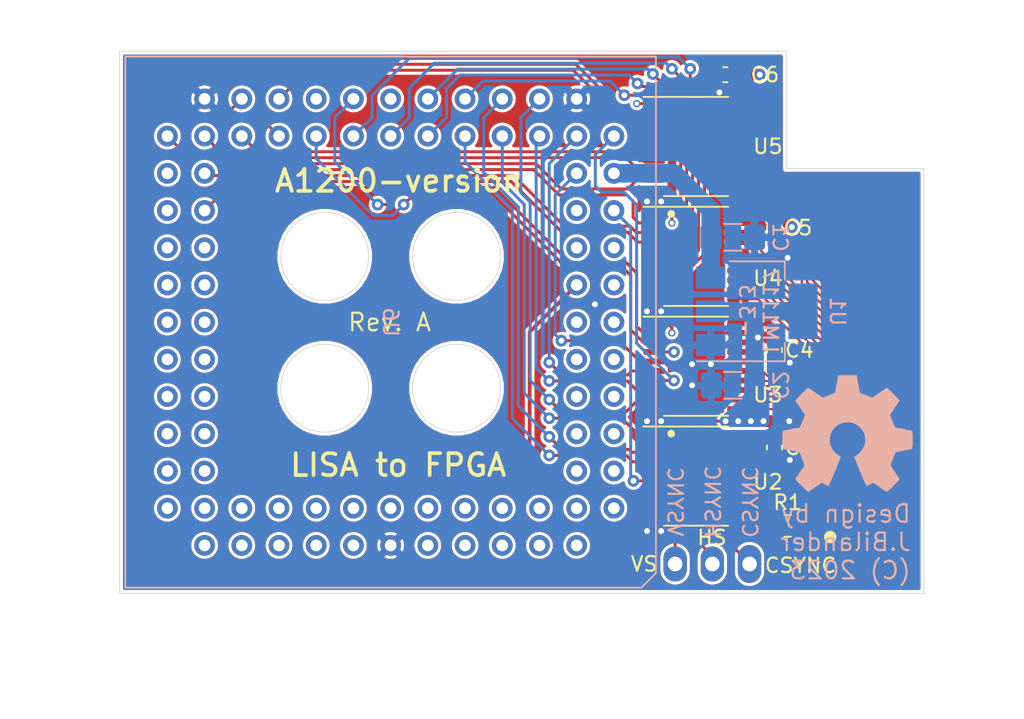
<source format=kicad_pcb>
(kicad_pcb (version 20171130) (host pcbnew "(5.1.12-1-10_14)")
  (layers (0 F.Cu signal) (1 GND.Cu power) (2 3V3.Cu power) (31 B.Cu signal) (34 B.Paste user) (35 F.Paste user) (36 B.SilkS user) (37 F.SilkS user) (38 B.Mask user) (39 F.Mask user) (44 Edge.Cuts user))
  (net 0 "")
  (net 1 VCC)
  (net 2 GND)
  (net 3 3V3)
  (net 4 PIXELSW)
  (net 5 CSYNC)
  (net 6 R0_3V3)
  (net 7 R1_3V3)
  (net 8 R2_3V3)
  (net 9 R3_3V3)
  (net 10 B0_3V3)
  (net 11 B1_3V3)
  (net 12 B2_3V3)
  (net 13 B3_3V3)
  (net 14 G3_3V3)
  (net 15 G2_3V3)
  (net 16 G1_3V3)
  (net 17 G0_3V3)
  (net 18 CSYNC_3V3)
  (net 19 PIXELSW_3V3)
  (net 20 HSYNC_3V3)
  (net 21 VSYNC_3V3)
  (net 22 VSYNC)
  (net 23 HSYNC)
  (net 24 /C14M_3V3)
  (net 25 R4_3V3)
  (net 26 R5_3V3)
  (net 27 R6_3V3)
  (net 28 R7_3V3)
  (net 29 G4_3V3)
  (net 30 G5_3V3)
  (net 31 G6_3V3)
  (net 32 G7_3V3)
  (net 33 B4_3V3)
  (net 34 B5_3V3)
  (net 35 B6_3V3)
  (net 36 B7_3V3)
  (net 37 C14OUT)
  (net 38 G7)
  (net 39 G6)
  (net 40 G5)
  (net 41 G4)
  (net 42 R7)
  (net 43 R6)
  (net 44 R5)
  (net 45 R4)
  (net 46 B7)
  (net 47 B6)
  (net 48 B5)
  (net 49 B4)
  (net 50 "Net-(U5-Pad17)")
  (net 51 "Net-(U5-Pad18)")
  (net 52 "Net-(U5-Pad16)")
  (net 53 B0)
  (net 54 B1)
  (net 55 B2)
  (net 56 B3)
  (net 57 G1)
  (net 58 G3)
  (net 59 R0)
  (net 60 R2)
  (net 61 G0)
  (net 62 G2)
  (net 63 R1)
  (net 64 R3)
  (net 65 "Net-(U6-Pad18)")
  (net 66 "Net-(U6-Pad17)")
  (net 67 "Net-(U6-Pad16)")
  (net 68 C14OUT_3V3)
  (net 69 "Net-(J2-Pad40)")
  (net 70 "Net-(J2-Pad39)")
  (net 71 "Net-(J2-Pad38)")
  (net 72 "Net-(J2-Pad37)")
  (net 73 "Net-(J2-Pad36)")
  (net 74 "Net-(J2-Pad35)")
  (net 75 "Net-(U6-Pad21)")
  (net 76 "Net-(U6-Pad19)")
  (net 77 "Net-(U6-Pad15)")
  (net 78 "Net-(U6-Pad13)")
  (net 79 "Net-(U6-Pad25)")
  (net 80 "Net-(U6-Pad27)")
  (net 81 "Net-(U6-Pad22)")
  (net 82 "Net-(U6-Pad20)")
  (net 83 "Net-(U6-Pad14)")
  (net 84 "Net-(U6-Pad12)")
  (net 85 "Net-(U6-Pad24)")
  (net 86 "Net-(U6-Pad26)")
  (net 87 "Net-(U6-Pad10)")
  (net 88 "Net-(U6-Pad8)")
  (net 89 "Net-(U6-Pad6)")
  (net 90 "Net-(U6-Pad4)")
  (net 91 "Net-(U6-Pad2)")
  (net 92 "Net-(U6-Pad84)")
  (net 93 "Net-(U6-Pad82)")
  (net 94 "Net-(U6-Pad80)")
  (net 95 "Net-(U6-Pad78)")
  (net 96 "Net-(U6-Pad76)")
  (net 97 "Net-(U6-Pad11)")
  (net 98 "Net-(U6-Pad9)")
  (net 99 "Net-(U6-Pad7)")
  (net 100 "Net-(U6-Pad5)")
  (net 101 "Net-(U6-Pad3)")
  (net 102 "Net-(U6-Pad81)")
  (net 103 "Net-(U6-Pad79)")
  (net 104 "Net-(U6-Pad77)")
  (net 105 "Net-(U6-Pad75)")
  (net 106 "Net-(U6-Pad73)")
  (net 107 "Net-(U6-Pad71)")
  (net 108 "Net-(U6-Pad69)")
  (net 109 "Net-(U6-Pad67)")
  (net 110 "Net-(U6-Pad65)")
  (net 111 "Net-(U6-Pad63)")
  (net 112 "Net-(U6-Pad61)")
  (net 113 "Net-(U6-Pad59)")
  (net 114 "Net-(U6-Pad74)")
  (net 115 "Net-(U6-Pad72)")
  (net 116 "Net-(U6-Pad70)")
  (net 117 "Net-(U6-Pad68)")
  (net 118 "Net-(U6-Pad66)")
  (net 119 "Net-(U6-Pad64)")
  (net 120 "Net-(U6-Pad62)")
  (net 121 "Net-(U6-Pad60)")
  (net 122 "Net-(U6-Pad58)")
  (net 123 "Net-(U6-Pad43)")
  (module LISA_to_FPGA:PLCC-84_THT-Socket-HAT (layer B.Cu) (at 166.762 90.424 90)
    (fp_text reference U6 (at 0 0 270 unlocked) (layer B.SilkS) (effects (justify mirror)))
    (fp_text value LISA hide)
    (pad 21 thru_hole circle (at 0 12.7 90) (size 1.4224 1.4224) (drill 0.8) (layers *.Cu *.Mask) (net 75 "Net-(U6-Pad21)"))
    (pad 19 thru_hole circle (at -2.54 12.7 90) (size 1.4224 1.4224) (drill 0.8) (layers *.Cu *.Mask) (net 76 "Net-(U6-Pad19)"))
    (pad 17 thru_hole circle (at -5.08 12.7 90) (size 1.4224 1.4224) (drill 0.8) (layers *.Cu *.Mask) (net 66 "Net-(U6-Pad17)"))
    (pad 15 thru_hole circle (at -7.62 12.7 90) (size 1.4224 1.4224) (drill 0.8) (layers *.Cu *.Mask) (net 77 "Net-(U6-Pad15)"))
    (pad 13 thru_hole circle (at -10.16 12.7 90) (size 1.4224 1.4224) (drill 0.8) (layers *.Cu *.Mask) (net 78 "Net-(U6-Pad13)"))
    (pad 23 thru_hole circle (at 2.54 12.7 90) (size 1.4224 1.4224) (drill 0.8) (layers *.Cu *.Mask) (net 37 C14OUT))
    (pad 25 thru_hole circle (at 5.08 12.7 90) (size 1.4224 1.4224) (drill 0.8) (layers *.Cu *.Mask) (net 79 "Net-(U6-Pad25)"))
    (pad 27 thru_hole circle (at 7.62 12.7 90) (size 1.4224 1.4224) (drill 0.8) (layers *.Cu *.Mask) (net 80 "Net-(U6-Pad27)"))
    (pad 29 thru_hole circle (at 10.16 12.7 90) (size 1.4224 1.4224) (drill 0.8) (layers *.Cu *.Mask) (net 53 B0))
    (pad 31 thru_hole circle (at 12.7 12.7 90) (size 1.4224 1.4224) (drill 0.8) (layers *.Cu *.Mask) (net 54 B1))
    (pad 33 thru_hole circle (at 15.24 12.7 90) (size 1.4224 1.4224) (drill 0.8) (layers *.Cu *.Mask) (net 2 GND))
    (pad 22 thru_hole circle (at 0 15.24 90) (size 1.4224 1.4224) (drill 0.8) (layers *.Cu *.Mask) (net 81 "Net-(U6-Pad22)"))
    (pad 20 thru_hole circle (at -2.54 15.24 90) (size 1.4224 1.4224) (drill 0.8) (layers *.Cu *.Mask) (net 82 "Net-(U6-Pad20)"))
    (pad 18 thru_hole circle (at -5.08 15.24 90) (size 1.4224 1.4224) (drill 0.8) (layers *.Cu *.Mask) (net 65 "Net-(U6-Pad18)"))
    (pad 16 thru_hole circle (at -7.62 15.24 90) (size 1.4224 1.4224) (drill 0.8) (layers *.Cu *.Mask) (net 67 "Net-(U6-Pad16)"))
    (pad 14 thru_hole circle (at -10.16 15.24 90) (size 1.4224 1.4224) (drill 0.8) (layers *.Cu *.Mask) (net 83 "Net-(U6-Pad14)"))
    (pad 12 thru_hole circle (at -12.7 15.24 90) (size 1.4224 1.4224) (drill 0.8) (layers *.Cu *.Mask) (net 84 "Net-(U6-Pad12)"))
    (pad 24 thru_hole circle (at 2.54 15.24 90) (size 1.4224 1.4224) (drill 0.8) (layers *.Cu *.Mask) (net 85 "Net-(U6-Pad24)"))
    (pad 26 thru_hole circle (at 5.08 15.24 90) (size 1.4224 1.4224) (drill 0.8) (layers *.Cu *.Mask) (net 86 "Net-(U6-Pad26)"))
    (pad 28 thru_hole circle (at 7.62 15.24 90) (size 1.4224 1.4224) (drill 0.8) (layers *.Cu *.Mask) (net 4 PIXELSW))
    (pad 30 thru_hole circle (at 10.16 15.24 90) (size 1.4224 1.4224) (drill 0.8) (layers *.Cu *.Mask) (net 1 VCC))
    (pad 32 thru_hole circle (at 12.7 15.24 90) (size 1.4224 1.4224) (drill 0.8) (layers *.Cu *.Mask) (net 55 B2))
    (pad 10 thru_hole circle (at -12.7 12.7 90) (size 1.4224 1.4224) (drill 0.8) (layers *.Cu *.Mask) (net 87 "Net-(U6-Pad10)"))
    (pad 8 thru_hole circle (at -12.7 10.16 90) (size 1.4224 1.4224) (drill 0.8) (layers *.Cu *.Mask) (net 88 "Net-(U6-Pad8)"))
    (pad 6 thru_hole circle (at -12.7 7.62 90) (size 1.4224 1.4224) (drill 0.8) (layers *.Cu *.Mask) (net 89 "Net-(U6-Pad6)"))
    (pad 4 thru_hole circle (at -12.7 5.08 90) (size 1.4224 1.4224) (drill 0.8) (layers *.Cu *.Mask) (net 90 "Net-(U6-Pad4)"))
    (pad 2 thru_hole circle (at -12.7 2.54 90) (size 1.4224 1.4224) (drill 0.8) (layers *.Cu *.Mask) (net 91 "Net-(U6-Pad2)"))
    (pad 84 thru_hole circle (at -12.7 0 90) (size 1.4224 1.4224) (drill 0.8) (layers *.Cu *.Mask) (net 92 "Net-(U6-Pad84)"))
    (pad 82 thru_hole circle (at -12.7 -2.54 90) (size 1.4224 1.4224) (drill 0.8) (layers *.Cu *.Mask) (net 93 "Net-(U6-Pad82)"))
    (pad 80 thru_hole circle (at -12.7 -5.08 90) (size 1.4224 1.4224) (drill 0.8) (layers *.Cu *.Mask) (net 94 "Net-(U6-Pad80)"))
    (pad 78 thru_hole circle (at -12.7 -7.62 90) (size 1.4224 1.4224) (drill 0.8) (layers *.Cu *.Mask) (net 95 "Net-(U6-Pad78)"))
    (pad 76 thru_hole circle (at -12.7 -10.16 90) (size 1.4224 1.4224) (drill 0.8) (layers *.Cu *.Mask) (net 96 "Net-(U6-Pad76)"))
    (pad 11 thru_hole circle (at -15.24 12.7 90) (size 1.4224 1.4224) (drill 0.8) (layers *.Cu *.Mask) (net 97 "Net-(U6-Pad11)"))
    (pad 9 thru_hole circle (at -15.24 10.16 90) (size 1.4224 1.4224) (drill 0.8) (layers *.Cu *.Mask) (net 98 "Net-(U6-Pad9)"))
    (pad 7 thru_hole circle (at -15.24 7.62 90) (size 1.4224 1.4224) (drill 0.8) (layers *.Cu *.Mask) (net 99 "Net-(U6-Pad7)"))
    (pad 5 thru_hole circle (at -15.24 5.08 90) (size 1.4224 1.4224) (drill 0.8) (layers *.Cu *.Mask) (net 100 "Net-(U6-Pad5)"))
    (pad 3 thru_hole circle (at -15.24 2.54 90) (size 1.4224 1.4224) (drill 0.8) (layers *.Cu *.Mask) (net 101 "Net-(U6-Pad3)"))
    (pad 1 thru_hole circle (at -15.24 0 90) (size 1.4224 1.4224) (drill 0.8) (layers *.Cu *.Mask) (net 2 GND))
    (pad 83 thru_hole circle (at -15.24 -2.54 90) (size 1.4224 1.4224) (drill 0.8) (layers *.Cu *.Mask) (net 1 VCC))
    (pad 81 thru_hole circle (at -15.24 -5.08 90) (size 1.4224 1.4224) (drill 0.8) (layers *.Cu *.Mask) (net 102 "Net-(U6-Pad81)"))
    (pad 79 thru_hole circle (at -15.24 -7.62 90) (size 1.4224 1.4224) (drill 0.8) (layers *.Cu *.Mask) (net 103 "Net-(U6-Pad79)"))
    (pad 77 thru_hole circle (at -15.24 -10.16 90) (size 1.4224 1.4224) (drill 0.8) (layers *.Cu *.Mask) (net 104 "Net-(U6-Pad77)"))
    (pad 75 thru_hole circle (at -15.24 -12.7 90) (size 1.4224 1.4224) (drill 0.8) (layers *.Cu *.Mask) (net 105 "Net-(U6-Pad75)"))
    (pad 73 thru_hole circle (at -12.7 -12.7 90) (size 1.4224 1.4224) (drill 0.8) (layers *.Cu *.Mask) (net 106 "Net-(U6-Pad73)"))
    (pad 71 thru_hole circle (at -10.16 -12.7 90) (size 1.4224 1.4224) (drill 0.8) (layers *.Cu *.Mask) (net 107 "Net-(U6-Pad71)"))
    (pad 69 thru_hole circle (at -7.62 -12.7 90) (size 1.4224 1.4224) (drill 0.8) (layers *.Cu *.Mask) (net 108 "Net-(U6-Pad69)"))
    (pad 67 thru_hole circle (at -5.08 -12.7 90) (size 1.4224 1.4224) (drill 0.8) (layers *.Cu *.Mask) (net 109 "Net-(U6-Pad67)"))
    (pad 65 thru_hole circle (at -2.54 -12.7 90) (size 1.4224 1.4224) (drill 0.8) (layers *.Cu *.Mask) (net 110 "Net-(U6-Pad65)"))
    (pad 63 thru_hole circle (at 0 -12.7 90) (size 1.4224 1.4224) (drill 0.8) (layers *.Cu *.Mask) (net 111 "Net-(U6-Pad63)"))
    (pad 61 thru_hole circle (at 2.54 -12.7 90) (size 1.4224 1.4224) (drill 0.8) (layers *.Cu *.Mask) (net 112 "Net-(U6-Pad61)"))
    (pad 59 thru_hole circle (at 5.08 -12.7 90) (size 1.4224 1.4224) (drill 0.8) (layers *.Cu *.Mask) (net 113 "Net-(U6-Pad59)"))
    (pad 57 thru_hole circle (at 7.62 -12.7 90) (size 1.4224 1.4224) (drill 0.8) (layers *.Cu *.Mask) (net 42 R7))
    (pad 55 thru_hole circle (at 10.16 -12.7 90) (size 1.4224 1.4224) (drill 0.8) (layers *.Cu *.Mask) (net 43 R6))
    (pad 74 thru_hole circle (at -12.7 -15.24 90) (size 1.4224 1.4224) (drill 0.8) (layers *.Cu *.Mask) (net 114 "Net-(U6-Pad74)"))
    (pad 72 thru_hole circle (at -10.16 -15.24 90) (size 1.4224 1.4224) (drill 0.8) (layers *.Cu *.Mask) (net 115 "Net-(U6-Pad72)"))
    (pad 70 thru_hole circle (at -7.62 -15.24 90) (size 1.4224 1.4224) (drill 0.8) (layers *.Cu *.Mask) (net 116 "Net-(U6-Pad70)"))
    (pad 68 thru_hole circle (at -5.08 -15.24 90) (size 1.4224 1.4224) (drill 0.8) (layers *.Cu *.Mask) (net 117 "Net-(U6-Pad68)"))
    (pad 66 thru_hole circle (at -2.54 -15.24 90) (size 1.4224 1.4224) (drill 0.8) (layers *.Cu *.Mask) (net 118 "Net-(U6-Pad66)"))
    (pad 64 thru_hole circle (at 0 -15.24 90) (size 1.4224 1.4224) (drill 0.8) (layers *.Cu *.Mask) (net 119 "Net-(U6-Pad64)"))
    (pad 62 thru_hole circle (at 2.54 -15.24 90) (size 1.4224 1.4224) (drill 0.8) (layers *.Cu *.Mask) (net 120 "Net-(U6-Pad62)"))
    (pad 60 thru_hole circle (at 5.08 -15.24 90) (size 1.4224 1.4224) (drill 0.8) (layers *.Cu *.Mask) (net 121 "Net-(U6-Pad60)"))
    (pad 58 thru_hole circle (at 7.62 -15.24 90) (size 1.4224 1.4224) (drill 0.8) (layers *.Cu *.Mask) (net 122 "Net-(U6-Pad58)"))
    (pad 56 thru_hole circle (at 10.16 -15.24 90) (size 1.4224 1.4224) (drill 0.8) (layers *.Cu *.Mask) (net 1 VCC))
    (pad 54 thru_hole circle (at 12.7 -15.24 90) (size 1.4224 1.4224) (drill 0.8) (layers *.Cu *.Mask) (net 44 R5))
    (pad 52 thru_hole circle (at 12.7 -12.7 90) (size 1.4224 1.4224) (drill 0.8) (layers *.Cu *.Mask) (net 45 R4))
    (pad 50 thru_hole circle (at 12.7 -10.16 90) (size 1.4224 1.4224) (drill 0.8) (layers *.Cu *.Mask) (net 60 R2))
    (pad 48 thru_hole circle (at 12.7 -7.62 90) (size 1.4224 1.4224) (drill 0.8) (layers *.Cu *.Mask) (net 59 R0))
    (pad 46 thru_hole circle (at 12.7 -5.08 90) (size 1.4224 1.4224) (drill 0.8) (layers *.Cu *.Mask) (net 39 G6))
    (pad 44 thru_hole circle (at 12.7 -2.54 90) (size 1.4224 1.4224) (drill 0.8) (layers *.Cu *.Mask) (net 41 G4))
    (pad 42 thru_hole circle (at 12.7 0 90) (size 1.4224 1.4224) (drill 0.8) (layers *.Cu *.Mask) (net 58 G3))
    (pad 40 thru_hole circle (at 12.7 2.54 90) (size 1.4224 1.4224) (drill 0.8) (layers *.Cu *.Mask) (net 57 G1))
    (pad 38 thru_hole circle (at 12.7 5.08 90) (size 1.4224 1.4224) (drill 0.8) (layers *.Cu *.Mask) (net 46 B7))
    (pad 36 thru_hole circle (at 12.7 7.62 90) (size 1.4224 1.4224) (drill 0.8) (layers *.Cu *.Mask) (net 48 B5))
    (pad 34 thru_hole circle (at 12.7 10.16 90) (size 1.4224 1.4224) (drill 0.8) (layers *.Cu *.Mask) (net 56 B3))
    (pad 53 thru_hole circle (at 15.24 -12.7 90) (size 1.4224 1.4224) (drill 0.8) (layers *.Cu *.Mask) (net 2 GND))
    (pad 51 thru_hole circle (at 15.24 -10.16 90) (size 1.4224 1.4224) (drill 0.8) (layers *.Cu *.Mask) (net 64 R3))
    (pad 49 thru_hole circle (at 15.24 -7.62 90) (size 1.4224 1.4224) (drill 0.8) (layers *.Cu *.Mask) (net 63 R1))
    (pad 47 thru_hole circle (at 15.24 -5.08 90) (size 1.4224 1.4224) (drill 0.8) (layers *.Cu *.Mask) (net 38 G7))
    (pad 45 thru_hole circle (at 15.24 -2.54 90) (size 1.4224 1.4224) (drill 0.8) (layers *.Cu *.Mask) (net 40 G5))
    (pad 43 thru_hole circle (at 15.24 0 90) (size 1.4224 1.4224) (drill 0.8) (layers *.Cu *.Mask) (net 123 "Net-(U6-Pad43)"))
    (pad 41 thru_hole circle (at 15.24 2.54 90) (size 1.4224 1.4224) (drill 0.8) (layers *.Cu *.Mask) (net 62 G2))
    (pad 39 thru_hole circle (at 15.24 5.08 90) (size 1.4224 1.4224) (drill 0.8) (layers *.Cu *.Mask) (net 61 G0))
    (pad 37 thru_hole circle (at 15.24 7.62 90) (size 1.4224 1.4224) (drill 0.8) (layers *.Cu *.Mask) (net 47 B6))
    (pad 35 thru_hole circle (at 15.24 10.16 90) (size 1.4224 1.4224) (drill 0.8) (layers *.Cu *.Mask) (net 49 B4))
  )
  (module Symbol:OSHW-Symbol_8.9x8mm_SilkScreen (layer B.Cu) (at 197.962 98.0442 180)
    (fp_text reference REF** hide)
    (fp_text value OSHW-Symbol_8.9x8mm_SilkScreen hide)
  )
  (module Capacitor_SMD:C_0603_1608Metric_Pad1.08x0.95mm_HandSolder (layer F.Cu) (at 192.962 98.983 90)
    (fp_text reference C3 (at 0 1.7 180) (layer F.SilkS))
    (fp_text value 0.1uF hide)
    (pad 2 smd roundrect (at 0.8625 0 90) (size 1.075 0.95) (layers F.Cu F.Paste F.Mask) (net 3 3V3))
    (pad 1 smd roundrect (at -0.8625 0 90) (size 1.075 0.95) (layers F.Cu F.Paste F.Mask) (net 2 GND))
  )
  (module Capacitor_SMD:C_0603_1608Metric_Pad1.08x0.95mm_HandSolder (layer F.Cu) (at 189.6095 73.533)
    (fp_text reference C6 (at 2.7 0) (layer F.SilkS))
    (fp_text value 0.1uF hide)
    (pad 2 smd roundrect (at 0.8625 0) (size 1.075 0.95) (layers F.Cu F.Paste F.Mask) (net 3 3V3))
    (pad 1 smd roundrect (at -0.8625 0) (size 1.075 0.95) (layers F.Cu F.Paste F.Mask) (net 2 GND))
  )
  (module Capacitor_SMD:C_0603_1608Metric_Pad1.08x0.95mm_HandSolder (layer F.Cu) (at 192.962 83.983 90)
    (fp_text reference C5 (at 0 1.6 180) (layer F.SilkS))
    (fp_text value 0.1uF hide)
    (pad 2 smd roundrect (at 0.8625 0 90) (size 1.075 0.95) (layers F.Cu F.Paste F.Mask) (net 3 3V3))
    (pad 1 smd roundrect (at -0.8625 0 90) (size 1.075 0.95) (layers F.Cu F.Paste F.Mask) (net 2 GND))
  )
  (module Capacitor_SMD:C_0603_1608Metric_Pad1.08x0.95mm_HandSolder (layer F.Cu) (at 192.962 92.333 90)
    (fp_text reference C4 (at 0 1.7 180) (layer F.SilkS))
    (fp_text value 0.1uF hide)
    (pad 2 smd roundrect (at 0.8625 0 90) (size 1.075 0.95) (layers F.Cu F.Paste F.Mask) (net 3 3V3))
    (pad 1 smd roundrect (at -0.8625 0 90) (size 1.075 0.95) (layers F.Cu F.Paste F.Mask) (net 2 GND))
  )
  (module Connector_PinHeader_2.54mm:PinHeader_1x03_P2.54mm_Horizontal (layer F.Cu) (at 191.262 106.933 270)
    (fp_text reference J1 hide)
    (fp_text value Conn_01x03 hide)
    (pad 3 thru_hole oval (at 0 5.08 270) (size 2.4 1.6) (drill 1) (layers *.Cu *.Mask) (net 22 VSYNC))
    (pad 2 thru_hole oval (at 0 2.54 270) (size 2.4 1.6) (drill 1) (layers *.Cu *.Mask) (net 23 HSYNC))
    (pad 1 thru_hole oval (at 0 0 270) (size 2.6 1.6) (drill 1) (layers *.Cu *.Mask) (net 5 CSYNC))
  )
  (module Package_SO:TSSOP-20_4.4x6.5mm_P0.65mm (layer F.Cu) (at 187.612 78.433)
    (fp_text reference U5 (at 4.9 0) (layer F.SilkS))
    (fp_text value 74LVC245A hide)
    (pad 20 smd roundrect (at 2.8625 -2.925) (size 1.475 0.4) (layers F.Cu F.Paste F.Mask) (net 3 3V3))
    (pad 19 smd roundrect (at 2.8625 -2.275) (size 1.475 0.4) (layers F.Cu F.Paste F.Mask) (net 2 GND))
    (pad 18 smd roundrect (at 2.8625 -1.625) (size 1.475 0.4) (layers F.Cu F.Paste F.Mask) (net 51 "Net-(U5-Pad18)"))
    (pad 17 smd roundrect (at 2.8625 -0.975) (size 1.475 0.4) (layers F.Cu F.Paste F.Mask) (net 50 "Net-(U5-Pad17)"))
    (pad 16 smd roundrect (at 2.8625 -0.325) (size 1.475 0.4) (layers F.Cu F.Paste F.Mask) (net 52 "Net-(U5-Pad16)"))
    (pad 15 smd roundrect (at 2.8625 0.325) (size 1.475 0.4) (layers F.Cu F.Paste F.Mask) (net 6 R0_3V3))
    (pad 14 smd roundrect (at 2.8625 0.975) (size 1.475 0.4) (layers F.Cu F.Paste F.Mask) (net 7 R1_3V3))
    (pad 13 smd roundrect (at 2.8625 1.625) (size 1.475 0.4) (layers F.Cu F.Paste F.Mask) (net 8 R2_3V3))
    (pad 12 smd roundrect (at 2.8625 2.275) (size 1.475 0.4) (layers F.Cu F.Paste F.Mask) (net 9 R3_3V3))
    (pad 11 smd roundrect (at 2.8625 2.925) (size 1.475 0.4) (layers F.Cu F.Paste F.Mask) (net 25 R4_3V3))
    (pad 10 smd roundrect (at -2.8625 2.925) (size 1.475 0.4) (layers F.Cu F.Paste F.Mask) (net 2 GND))
    (pad 9 smd roundrect (at -2.8625 2.275) (size 1.475 0.4) (layers F.Cu F.Paste F.Mask) (net 45 R4))
    (pad 8 smd roundrect (at -2.8625 1.625) (size 1.475 0.4) (layers F.Cu F.Paste F.Mask) (net 64 R3))
    (pad 7 smd roundrect (at -2.8625 0.975) (size 1.475 0.4) (layers F.Cu F.Paste F.Mask) (net 60 R2))
    (pad 6 smd roundrect (at -2.8625 0.325) (size 1.475 0.4) (layers F.Cu F.Paste F.Mask) (net 63 R1))
    (pad 5 smd roundrect (at -2.8625 -0.325) (size 1.475 0.4) (layers F.Cu F.Paste F.Mask) (net 59 R0))
    (pad 4 smd roundrect (at -2.8625 -0.975) (size 1.475 0.4) (layers F.Cu F.Paste F.Mask) (net 2 GND))
    (pad 3 smd roundrect (at -2.8625 -1.625) (size 1.475 0.4) (layers F.Cu F.Paste F.Mask) (net 2 GND))
    (pad 2 smd roundrect (at -2.8625 -2.275) (size 1.475 0.4) (layers F.Cu F.Paste F.Mask) (net 2 GND))
    (pad 1 smd roundrect (at -2.8625 -2.925) (size 1.475 0.4) (layers F.Cu F.Paste F.Mask) (net 3 3V3))
  )
  (module Package_SO:TSSOP-20_4.4x6.5mm_P0.65mm (layer F.Cu) (at 187.612 93.433)
    (fp_text reference U3 (at 4.9 1.95) (layer F.SilkS))
    (fp_text value 74LVC245A hide)
    (pad 20 smd roundrect (at 2.8625 -2.925) (size 1.475 0.4) (layers F.Cu F.Paste F.Mask) (net 3 3V3))
    (pad 19 smd roundrect (at 2.8625 -2.275) (size 1.475 0.4) (layers F.Cu F.Paste F.Mask) (net 2 GND))
    (pad 18 smd roundrect (at 2.8625 -1.625) (size 1.475 0.4) (layers F.Cu F.Paste F.Mask) (net 30 G5_3V3))
    (pad 17 smd roundrect (at 2.8625 -0.975) (size 1.475 0.4) (layers F.Cu F.Paste F.Mask) (net 31 G6_3V3))
    (pad 16 smd roundrect (at 2.8625 -0.325) (size 1.475 0.4) (layers F.Cu F.Paste F.Mask) (net 32 G7_3V3))
    (pad 15 smd roundrect (at 2.8625 0.325) (size 1.475 0.4) (layers F.Cu F.Paste F.Mask) (net 10 B0_3V3))
    (pad 14 smd roundrect (at 2.8625 0.975) (size 1.475 0.4) (layers F.Cu F.Paste F.Mask) (net 11 B1_3V3))
    (pad 13 smd roundrect (at 2.8625 1.625) (size 1.475 0.4) (layers F.Cu F.Paste F.Mask) (net 12 B2_3V3))
    (pad 12 smd roundrect (at 2.8625 2.275) (size 1.475 0.4) (layers F.Cu F.Paste F.Mask) (net 13 B3_3V3))
    (pad 11 smd roundrect (at 2.8625 2.925) (size 1.475 0.4) (layers F.Cu F.Paste F.Mask) (net 33 B4_3V3))
    (pad 10 smd roundrect (at -2.8625 2.925) (size 1.475 0.4) (layers F.Cu F.Paste F.Mask) (net 2 GND))
    (pad 9 smd roundrect (at -2.8625 2.275) (size 1.475 0.4) (layers F.Cu F.Paste F.Mask) (net 49 B4))
    (pad 8 smd roundrect (at -2.8625 1.625) (size 1.475 0.4) (layers F.Cu F.Paste F.Mask) (net 56 B3))
    (pad 7 smd roundrect (at -2.8625 0.975) (size 1.475 0.4) (layers F.Cu F.Paste F.Mask) (net 55 B2))
    (pad 6 smd roundrect (at -2.8625 0.325) (size 1.475 0.4) (layers F.Cu F.Paste F.Mask) (net 54 B1))
    (pad 5 smd roundrect (at -2.8625 -0.325) (size 1.475 0.4) (layers F.Cu F.Paste F.Mask) (net 53 B0))
    (pad 4 smd roundrect (at -2.8625 -0.975) (size 1.475 0.4) (layers F.Cu F.Paste F.Mask) (net 38 G7))
    (pad 3 smd roundrect (at -2.8625 -1.625) (size 1.475 0.4) (layers F.Cu F.Paste F.Mask) (net 39 G6))
    (pad 2 smd roundrect (at -2.8625 -2.275) (size 1.475 0.4) (layers F.Cu F.Paste F.Mask) (net 40 G5))
    (pad 1 smd roundrect (at -2.8625 -2.925) (size 1.475 0.4) (layers F.Cu F.Paste F.Mask) (net 3 3V3))
  )
  (module Package_SO:TSSOP-20_4.4x6.5mm_P0.65mm (layer F.Cu) (at 187.612 85.933)
    (fp_text reference U4 (at 4.9 1.5) (layer F.SilkS))
    (fp_text value 74LVC245A hide)
    (pad 20 smd roundrect (at 2.8625 -2.925) (size 1.475 0.4) (layers F.Cu F.Paste F.Mask) (net 3 3V3))
    (pad 19 smd roundrect (at 2.8625 -2.275) (size 1.475 0.4) (layers F.Cu F.Paste F.Mask) (net 2 GND))
    (pad 18 smd roundrect (at 2.8625 -1.625) (size 1.475 0.4) (layers F.Cu F.Paste F.Mask) (net 26 R5_3V3))
    (pad 17 smd roundrect (at 2.8625 -0.975) (size 1.475 0.4) (layers F.Cu F.Paste F.Mask) (net 27 R6_3V3))
    (pad 16 smd roundrect (at 2.8625 -0.325) (size 1.475 0.4) (layers F.Cu F.Paste F.Mask) (net 28 R7_3V3))
    (pad 15 smd roundrect (at 2.8625 0.325) (size 1.475 0.4) (layers F.Cu F.Paste F.Mask) (net 17 G0_3V3))
    (pad 14 smd roundrect (at 2.8625 0.975) (size 1.475 0.4) (layers F.Cu F.Paste F.Mask) (net 16 G1_3V3))
    (pad 13 smd roundrect (at 2.8625 1.625) (size 1.475 0.4) (layers F.Cu F.Paste F.Mask) (net 15 G2_3V3))
    (pad 12 smd roundrect (at 2.8625 2.275) (size 1.475 0.4) (layers F.Cu F.Paste F.Mask) (net 14 G3_3V3))
    (pad 11 smd roundrect (at 2.8625 2.925) (size 1.475 0.4) (layers F.Cu F.Paste F.Mask) (net 29 G4_3V3))
    (pad 10 smd roundrect (at -2.8625 2.925) (size 1.475 0.4) (layers F.Cu F.Paste F.Mask) (net 2 GND))
    (pad 9 smd roundrect (at -2.8625 2.275) (size 1.475 0.4) (layers F.Cu F.Paste F.Mask) (net 41 G4))
    (pad 8 smd roundrect (at -2.8625 1.625) (size 1.475 0.4) (layers F.Cu F.Paste F.Mask) (net 58 G3))
    (pad 7 smd roundrect (at -2.8625 0.975) (size 1.475 0.4) (layers F.Cu F.Paste F.Mask) (net 62 G2))
    (pad 6 smd roundrect (at -2.8625 0.325) (size 1.475 0.4) (layers F.Cu F.Paste F.Mask) (net 57 G1))
    (pad 5 smd roundrect (at -2.8625 -0.325) (size 1.475 0.4) (layers F.Cu F.Paste F.Mask) (net 61 G0))
    (pad 4 smd roundrect (at -2.8625 -0.975) (size 1.475 0.4) (layers F.Cu F.Paste F.Mask) (net 42 R7))
    (pad 3 smd roundrect (at -2.8625 -1.625) (size 1.475 0.4) (layers F.Cu F.Paste F.Mask) (net 43 R6))
    (pad 2 smd roundrect (at -2.8625 -2.275) (size 1.475 0.4) (layers F.Cu F.Paste F.Mask) (net 44 R5))
    (pad 1 smd roundrect (at -2.8625 -2.925) (size 1.475 0.4) (layers F.Cu F.Paste F.Mask) (net 3 3V3))
  )
  (module Package_SO:TSSOP-20_4.4x6.5mm_P0.65mm (layer F.Cu) (at 187.612 100.933)
    (fp_text reference U2 (at 4.9 0.4) (layer F.SilkS))
    (fp_text value 74LVC245A hide)
    (pad 20 smd roundrect (at 2.8625 -2.925) (size 1.475 0.4) (layers F.Cu F.Paste F.Mask) (net 3 3V3))
    (pad 19 smd roundrect (at 2.8625 -2.275) (size 1.475 0.4) (layers F.Cu F.Paste F.Mask) (net 2 GND))
    (pad 18 smd roundrect (at 2.8625 -1.625) (size 1.475 0.4) (layers F.Cu F.Paste F.Mask) (net 34 B5_3V3))
    (pad 17 smd roundrect (at 2.8625 -0.975) (size 1.475 0.4) (layers F.Cu F.Paste F.Mask) (net 35 B6_3V3))
    (pad 16 smd roundrect (at 2.8625 -0.325) (size 1.475 0.4) (layers F.Cu F.Paste F.Mask) (net 36 B7_3V3))
    (pad 15 smd roundrect (at 2.8625 0.325) (size 1.475 0.4) (layers F.Cu F.Paste F.Mask) (net 18 CSYNC_3V3))
    (pad 14 smd roundrect (at 2.8625 0.975) (size 1.475 0.4) (layers F.Cu F.Paste F.Mask) (net 19 PIXELSW_3V3))
    (pad 13 smd roundrect (at 2.8625 1.625) (size 1.475 0.4) (layers F.Cu F.Paste F.Mask) (net 20 HSYNC_3V3))
    (pad 12 smd roundrect (at 2.8625 2.275) (size 1.475 0.4) (layers F.Cu F.Paste F.Mask) (net 21 VSYNC_3V3))
    (pad 11 smd roundrect (at 2.8625 2.925) (size 1.475 0.4) (layers F.Cu F.Paste F.Mask) (net 68 C14OUT_3V3))
    (pad 10 smd roundrect (at -2.8625 2.925) (size 1.475 0.4) (layers F.Cu F.Paste F.Mask) (net 2 GND))
    (pad 9 smd roundrect (at -2.8625 2.275) (size 1.475 0.4) (layers F.Cu F.Paste F.Mask) (net 37 C14OUT))
    (pad 8 smd roundrect (at -2.8625 1.625) (size 1.475 0.4) (layers F.Cu F.Paste F.Mask) (net 22 VSYNC))
    (pad 7 smd roundrect (at -2.8625 0.975) (size 1.475 0.4) (layers F.Cu F.Paste F.Mask) (net 23 HSYNC))
    (pad 6 smd roundrect (at -2.8625 0.325) (size 1.475 0.4) (layers F.Cu F.Paste F.Mask) (net 4 PIXELSW))
    (pad 5 smd roundrect (at -2.8625 -0.325) (size 1.475 0.4) (layers F.Cu F.Paste F.Mask) (net 5 CSYNC))
    (pad 4 smd roundrect (at -2.8625 -0.975) (size 1.475 0.4) (layers F.Cu F.Paste F.Mask) (net 46 B7))
    (pad 3 smd roundrect (at -2.8625 -1.625) (size 1.475 0.4) (layers F.Cu F.Paste F.Mask) (net 47 B6))
    (pad 2 smd roundrect (at -2.8625 -2.275) (size 1.475 0.4) (layers F.Cu F.Paste F.Mask) (net 48 B5))
    (pad 1 smd roundrect (at -2.8625 -2.925) (size 1.475 0.4) (layers F.Cu F.Paste F.Mask) (net 3 3V3))
  )
  (module Connector_FFC-FPC:Hirose_FH12-40S-0.5SH_1x40-1MP_P0.50mm_Horizontal (layer F.Cu) (at 199.262 94.424 90)
    (fp_text reference J2 hide)
    (fp_text value Conn_01x40 hide)
    (pad 40 smd rect (at 9.75 -1.85 90) (size 0.3 1.3) (layers F.Cu F.Paste F.Mask) (net 69 "Net-(J2-Pad40)"))
    (pad 39 smd rect (at 9.25 -1.85 90) (size 0.3 1.3) (layers F.Cu F.Paste F.Mask) (net 70 "Net-(J2-Pad39)"))
    (pad 38 smd rect (at 8.75 -1.85 90) (size 0.3 1.3) (layers F.Cu F.Paste F.Mask) (net 71 "Net-(J2-Pad38)"))
    (pad 37 smd rect (at 8.25 -1.85 90) (size 0.3 1.3) (layers F.Cu F.Paste F.Mask) (net 72 "Net-(J2-Pad37)"))
    (pad 36 smd rect (at 7.75 -1.85 90) (size 0.3 1.3) (layers F.Cu F.Paste F.Mask) (net 73 "Net-(J2-Pad36)"))
    (pad 35 smd rect (at 7.25 -1.85 90) (size 0.3 1.3) (layers F.Cu F.Paste F.Mask) (net 74 "Net-(J2-Pad35)"))
    (pad 34 smd rect (at 6.75 -1.85 90) (size 0.3 1.3) (layers F.Cu F.Paste F.Mask) (net 6 R0_3V3))
    (pad 33 smd rect (at 6.25 -1.85 90) (size 0.3 1.3) (layers F.Cu F.Paste F.Mask) (net 7 R1_3V3))
    (pad 32 smd rect (at 5.75 -1.85 90) (size 0.3 1.3) (layers F.Cu F.Paste F.Mask) (net 8 R2_3V3))
    (pad 31 smd rect (at 5.25 -1.85 90) (size 0.3 1.3) (layers F.Cu F.Paste F.Mask) (net 9 R3_3V3))
    (pad 30 smd rect (at 4.75 -1.85 90) (size 0.3 1.3) (layers F.Cu F.Paste F.Mask) (net 25 R4_3V3))
    (pad 29 smd rect (at 4.25 -1.85 90) (size 0.3 1.3) (layers F.Cu F.Paste F.Mask) (net 26 R5_3V3))
    (pad 28 smd rect (at 3.75 -1.85 90) (size 0.3 1.3) (layers F.Cu F.Paste F.Mask) (net 27 R6_3V3))
    (pad 27 smd rect (at 3.25 -1.85 90) (size 0.3 1.3) (layers F.Cu F.Paste F.Mask) (net 28 R7_3V3))
    (pad 26 smd rect (at 2.75 -1.85 90) (size 0.3 1.3) (layers F.Cu F.Paste F.Mask) (net 17 G0_3V3))
    (pad 25 smd rect (at 2.25 -1.85 90) (size 0.3 1.3) (layers F.Cu F.Paste F.Mask) (net 16 G1_3V3))
    (pad 24 smd rect (at 1.75 -1.85 90) (size 0.3 1.3) (layers F.Cu F.Paste F.Mask) (net 15 G2_3V3))
    (pad 23 smd rect (at 1.25 -1.85 90) (size 0.3 1.3) (layers F.Cu F.Paste F.Mask) (net 14 G3_3V3))
    (pad 22 smd rect (at 0.75 -1.85 90) (size 0.3 1.3) (layers F.Cu F.Paste F.Mask) (net 29 G4_3V3))
    (pad 21 smd rect (at 0.25 -1.85 90) (size 0.3 1.3) (layers F.Cu F.Paste F.Mask) (net 30 G5_3V3))
    (pad 20 smd rect (at -0.25 -1.85 90) (size 0.3 1.3) (layers F.Cu F.Paste F.Mask) (net 31 G6_3V3))
    (pad 19 smd rect (at -0.75 -1.85 90) (size 0.3 1.3) (layers F.Cu F.Paste F.Mask) (net 32 G7_3V3))
    (pad 18 smd rect (at -1.25 -1.85 90) (size 0.3 1.3) (layers F.Cu F.Paste F.Mask) (net 10 B0_3V3))
    (pad 17 smd rect (at -1.75 -1.85 90) (size 0.3 1.3) (layers F.Cu F.Paste F.Mask) (net 11 B1_3V3))
    (pad 16 smd rect (at -2.25 -1.85 90) (size 0.3 1.3) (layers F.Cu F.Paste F.Mask) (net 12 B2_3V3))
    (pad 15 smd rect (at -2.75 -1.85 90) (size 0.3 1.3) (layers F.Cu F.Paste F.Mask) (net 13 B3_3V3))
    (pad 14 smd rect (at -3.25 -1.85 90) (size 0.3 1.3) (layers F.Cu F.Paste F.Mask) (net 33 B4_3V3))
    (pad 13 smd rect (at -3.75 -1.85 90) (size 0.3 1.3) (layers F.Cu F.Paste F.Mask) (net 34 B5_3V3))
    (pad 12 smd rect (at -4.25 -1.85 90) (size 0.3 1.3) (layers F.Cu F.Paste F.Mask) (net 35 B6_3V3))
    (pad 11 smd rect (at -4.75 -1.85 90) (size 0.3 1.3) (layers F.Cu F.Paste F.Mask) (net 36 B7_3V3))
    (pad 10 smd rect (at -5.25 -1.85 90) (size 0.3 1.3) (layers F.Cu F.Paste F.Mask) (net 2 GND))
    (pad 9 smd rect (at -5.75 -1.85 90) (size 0.3 1.3) (layers F.Cu F.Paste F.Mask) (net 18 CSYNC_3V3))
    (pad 8 smd rect (at -6.25 -1.85 90) (size 0.3 1.3) (layers F.Cu F.Paste F.Mask) (net 2 GND))
    (pad 7 smd rect (at -6.75 -1.85 90) (size 0.3 1.3) (layers F.Cu F.Paste F.Mask) (net 19 PIXELSW_3V3))
    (pad 6 smd rect (at -7.25 -1.85 90) (size 0.3 1.3) (layers F.Cu F.Paste F.Mask) (net 2 GND))
    (pad 5 smd rect (at -7.75 -1.85 90) (size 0.3 1.3) (layers F.Cu F.Paste F.Mask) (net 20 HSYNC_3V3))
    (pad 4 smd rect (at -8.25 -1.85 90) (size 0.3 1.3) (layers F.Cu F.Paste F.Mask) (net 2 GND))
    (pad 3 smd rect (at -8.75 -1.85 90) (size 0.3 1.3) (layers F.Cu F.Paste F.Mask) (net 21 VSYNC_3V3))
    (pad 2 smd rect (at -9.25 -1.85 90) (size 0.3 1.3) (layers F.Cu F.Paste F.Mask) (net 2 GND))
    (pad 1 smd rect (at -9.75 -1.85 90) (size 0.3 1.3) (layers F.Cu F.Paste F.Mask) (net 24 /C14M_3V3))
    (pad MP smd rect (at -11.43 0.4572 90) (size 2.3 4.1) (layers F.Cu F.Paste F.Mask) (net 2 GND))
    (pad MP smd rect (at 11.43 0.4572 90) (size 2.3 4.1) (layers F.Cu F.Paste F.Mask) (net 2 GND))
  )
  (module Resistor_SMD:R_0805_2012Metric_Pad1.20x1.40mm_HandSolder (layer F.Cu) (at 193.862 104.333 180)
    (fp_text reference R1 (at 0 1.6) (layer F.SilkS))
    (fp_text value "33 Ω" hide)
    (pad 2 smd roundrect (at 1 0 180) (size 1.2 1.4) (layers F.Cu F.Paste F.Mask) (roundrect_rratio 0.208333) (net 68 C14OUT_3V3))
    (pad 1 smd roundrect (at -1 0 180) (size 1.2 1.4) (layers F.Cu F.Paste F.Mask) (roundrect_rratio 0.208333) (net 24 /C14M_3V3))
  )
  (module Package_TO_SOT_SMD:SOT-223 (layer B.Cu) (at 191.762 89.683)
    (fp_text reference U1 (at 5.5 0 270 unlocked) (layer B.SilkS) (effects (justify mirror)))
    (fp_text value LM1117-3.3 hide)
    (pad 1 smd rect (at -3.15 2.3) (size 2 1.5) (layers B.Cu B.Paste B.Mask) (net 2 GND))
    (pad 3 smd rect (at -3.15 -2.3) (size 2 1.5) (layers B.Cu B.Paste B.Mask) (net 1 VCC))
    (pad 2 smd rect (at -3.15 0) (size 2 1.5) (layers B.Cu B.Paste B.Mask) (net 3 3V3))
    (pad 4 smd rect (at 3.15 0) (size 2 3.8) (layers B.Cu B.Paste B.Mask) (net 3 3V3))
  )
  (module Capacitor_SMD:C_1206_3216Metric_Pad1.42x1.75mm_HandSolder (layer B.Cu) (at 190.119 94.733)
    (fp_text reference C2 (at 3.228 0 -90 unlocked) (layer B.SilkS) (effects (justify mirror)))
    (fp_text value 10uF hide)
    (pad 2 smd roundrect (at 1.4875 0) (size 1.425 1.75) (layers B.Cu B.Paste B.Mask) (roundrect_rratio 0.1754385964912281) (net 3 3V3))
    (pad 1 smd roundrect (at -1.4875 0) (size 1.425 1.75) (layers B.Cu B.Paste B.Mask) (roundrect_rratio 0.1754385964912281) (net 2 GND))
  )
  (module Capacitor_SMD:C_1206_3216Metric_Pad1.42x1.75mm_HandSolder (layer B.Cu) (at 190.119 84.633 180)
    (fp_text reference C1 (at -3.228 0 270 unlocked) (layer B.SilkS) (effects (justify mirror)))
    (fp_text value 10uF hide)
    (pad 2 smd roundrect (at 1.4875 0 180) (size 1.425 1.75) (layers B.Cu B.Paste B.Mask) (roundrect_rratio 0.1754385964912281) (net 1 VCC))
    (pad 1 smd roundrect (at -1.4875 0 180) (size 1.425 1.75) (layers B.Cu B.Paste B.Mask) (roundrect_rratio 0.1754385964912281) (net 2 GND))
  )
  (gr_text VSYNC (at 186.1715 105.1435 -90) (layer B.SilkS) (effects (font (size 1 1)) (justify left mirror)))
  (gr_text HSYNC (at 188.7115 105.233 -90) (layer B.SilkS) (effects (font (size 1 1)) (justify left mirror)))
  (gr_text CSYNC (at 191.262 105.233 -90) (layer B.SilkS) (effects (font (size 1 1)) (justify left mirror)))
  (gr_text A1200-version (at 158.712 80.783) (layer F.SilkS) (effects (font (size 1.5 1.5) (thickness 0.25)) (justify left)))
  (gr_circle (center 171.262 94.933) (end 174.262 94.933) (layer Edge.Cuts) (width 0.05))
  (gr_circle (center 162.262 94.933) (end 165.262 94.933) (layer Edge.Cuts) (width 0.05))
  (gr_circle (center 171.262 85.933) (end 174.262 85.933) (layer Edge.Cuts) (width 0.05))
  (gr_circle (center 162.262 85.933) (end 165.262 85.933) (layer Edge.Cuts) (width 0.05))
  (gr_line (start 193.762 79.933) (end 203.162 79.933) (layer Edge.Cuts) (width 0.05))
  (gr_line (start 193.762 71.933) (end 193.762 79.933) (layer Edge.Cuts) (width 0.05))
  (gr_text VS (at 183.062 106.933) (layer F.SilkS) (effects (font (size 1 1)) (justify left)))
  (gr_text HS (at 187.59932 105.13588) (layer F.SilkS) (effects (font (size 1 1)) (justify left)))
  (gr_text "Rev. A" (at 163.762 90.433) (layer F.SilkS) (effects (font (size 1.2 1.2)) (justify left)))
  (gr_line (start 148.262 71.933) (end 193.762 71.933) (layer Edge.Cuts) (width 0.05))
  (gr_text "LM1117\n-3.3" (at 191.8738 89.6495 270) (layer B.SilkS) (effects (font (size 1 1)) (justify mirror)))
  (gr_text CSYNC (at 197.262 107.033) (layer F.SilkS) (effects (font (size 1 1)) (justify right)))
  (gr_text "Design by \nJ.Bilander\n(C) 2023\n" (at 202.362 105.433) (layer B.SilkS) (effects (font (size 1.2 1.2)) (justify left mirror)))
  (gr_line (start 148.262 108.933) (end 203.162 108.933) (layer Edge.Cuts) (width 0.05))
  (gr_line (start 203.162 79.933) (end 203.162 108.933) (layer Edge.Cuts) (width 0.05))
  (gr_line (start 148.262 71.933) (end 148.262 108.933) (layer Edge.Cuts) (width 0.05))
  (gr_text "LISA to FPGA\n" (at 159.762 100.183) (layer F.SilkS) (effects (font (size 1.5 1.5) (thickness 0.25)) (justify left)))
  (segment (start 182.002 80.264) (end 186.093 80.264) (width 1.27) (layer B.Cu) (net 1))
  (segment (start 188.612 82.783) (end 188.612 87.383) (width 1.27) (layer B.Cu) (net 1))
  (segment (start 186.093 80.264) (end 188.612 82.783) (width 1.27) (layer B.Cu) (net 1))
  (via (at 194.012 93.183) (size 0.8) (drill 0.4) (layers F.Cu B.Cu) (net 2))
  (via (at 194.012 99.833) (size 0.8) (drill 0.4) (layers F.Cu B.Cu) (net 2))
  (via (at 184.262 82.183) (size 0.8) (drill 0.4) (layers F.Cu B.Cu) (net 2))
  (via (at 185.2295 82.183) (size 0.8) (drill 0.4) (layers F.Cu B.Cu) (net 2))
  (via (at 184.262 89.683) (size 0.8) (drill 0.4) (layers F.Cu B.Cu) (net 2))
  (via (at 185.2295 89.683) (size 0.8) (drill 0.4) (layers F.Cu B.Cu) (net 2))
  (via (at 185.2295 97.183) (size 0.8) (drill 0.4) (layers F.Cu B.Cu) (net 2))
  (via (at 184.262 97.183) (size 0.8) (drill 0.4) (layers F.Cu B.Cu) (net 2))
  (segment (start 190.4745 91.158) (end 189.387 91.158) (width 0.2032) (layer F.Cu) (net 2))
  (segment (start 190.4745 83.658) (end 189.387 83.658) (width 0.2032) (layer F.Cu) (net 2))
  (segment (start 185.7393 76.808) (end 185.7756 76.7717) (width 0.2032) (layer F.Cu) (net 2))
  (segment (start 184.7495 76.808) (end 185.7393 76.808) (width 0.2032) (layer F.Cu) (net 2))
  (segment (start 185.7756 76.158) (end 185.7756 76.7717) (width 0.2032) (layer F.Cu) (net 2))
  (segment (start 184.7495 76.158) (end 185.7756 76.158) (width 0.2032) (layer F.Cu) (net 2))
  (segment (start 185.7761 77.458) (end 184.7495 77.458) (width 0.2032) (layer F.Cu) (net 2))
  (segment (start 185.7756 77.4575) (end 185.7761 77.458) (width 0.2032) (layer F.Cu) (net 2))
  (segment (start 185.7756 76.7717) (end 185.7756 77.4575) (width 0.2032) (layer F.Cu) (net 2))
  (segment (start 190.4745 76.158) (end 191.609 76.158) (width 0.2032) (layer F.Cu) (net 2))
  (segment (start 190.4745 76.158) (end 189.3611 76.158) (width 0.2032) (layer F.Cu) (net 2))
  (via (at 185.2295 104.683) (size 0.8) (drill 0.4) (layers F.Cu B.Cu) (net 2))
  (via (at 184.262 104.683) (size 0.8) (drill 0.4) (layers F.Cu B.Cu) (net 2))
  (via (at 193.862 86.033) (size 0.8) (drill 0.4) (layers F.Cu B.Cu) (net 2))
  (segment (start 192.962 84.8455) (end 192.962 84.8455) (width 0.381) (layer F.Cu) (net 2))
  (via (at 180.7083 89.205) (size 0.8) (drill 0.4) (layers F.Cu B.Cu) (net 2))
  (segment (start 190.4745 98.658) (end 188.9464 98.658) (width 0.2032) (layer F.Cu) (net 2))
  (segment (start 197.412 99.674) (end 198.6195 99.674) (width 0.2032) (layer F.Cu) (net 2))
  (segment (start 197.412 100.674) (end 198.6144 100.674) (width 0.2032) (layer F.Cu) (net 2))
  (segment (start 197.412 101.674) (end 198.6764 101.674) (width 0.2032) (layer F.Cu) (net 2))
  (segment (start 197.412 102.674) (end 198.8115 102.674) (width 0.2032) (layer F.Cu) (net 2))
  (segment (start 197.412 103.674) (end 198.746 103.674) (width 0.2032) (layer F.Cu) (net 2))
  (segment (start 197.412 99.674) (end 196.3632 99.674) (width 0.2032) (layer F.Cu) (net 2))
  (segment (start 197.412 100.674) (end 196.2649 100.674) (width 0.2032) (layer F.Cu) (net 2))
  (segment (start 197.412 101.674) (end 196.0777 101.674) (width 0.2032) (layer F.Cu) (net 2))
  (segment (start 197.412 102.674) (end 195.87679 102.674) (width 0.2032) (layer F.Cu) (net 2))
  (segment (start 197.412 103.674) (end 196.1171 103.674) (width 0.2032) (layer F.Cu) (net 2))
  (via (at 193.9693 97.1806) (size 0.8) (drill 0.4) (layers F.Cu B.Cu) (net 2))
  (via (at 189.2046 74.7397) (size 0.8) (drill 0.4) (layers F.Cu B.Cu) (net 2))
  (via (at 188.6204 93.2944) (size 0.8) (drill 0.4) (layers F.Cu B.Cu) (net 2))
  (via (at 187.3377 93.2944) (size 0.8) (drill 0.4) (layers F.Cu B.Cu) (net 2))
  (via (at 187.3377 94.7295) (size 0.8) (drill 0.4) (layers F.Cu B.Cu) (net 2))
  (segment (start 190.4745 83.658) (end 191.787 83.658) (width 0.2032) (layer F.Cu) (net 2))
  (via (at 190.4873 97.1806) (size 0.8) (drill 0.4) (layers F.Cu B.Cu) (net 3))
  (via (at 183.562 75.508) (size 0.5) (drill 0.3) (layers F.Cu B.Cu) (net 3))
  (via (at 194.1449 83.9345) (size 0.8) (drill 0.4) (layers F.Cu B.Cu) (net 3))
  (via (at 189.6237 97.1806) (size 0.8) (drill 0.4) (layers F.Cu B.Cu) (net 3))
  (segment (start 192.8495 98.008) (end 192.962 98.1205) (width 0.381) (layer F.Cu) (net 3))
  (segment (start 190.4745 98.008) (end 192.8495 98.008) (width 0.381) (layer F.Cu) (net 3))
  (segment (start 192.8495 83.008) (end 192.962 83.1205) (width 0.381) (layer F.Cu) (net 3))
  (segment (start 190.4745 83.008) (end 192.8495 83.008) (width 0.381) (layer F.Cu) (net 3))
  (segment (start 190.472 75.5055) (end 190.4745 75.508) (width 0.381) (layer F.Cu) (net 3))
  (segment (start 190.472 73.533) (end 190.472 75.5055) (width 0.381) (layer F.Cu) (net 3))
  (segment (start 192.9745 98.133) (end 192.962 98.1205) (width 0.8) (layer F.Cu) (net 3))
  (segment (start 192.962 91.4705) (end 192.962 91.4705) (width 0.381) (layer F.Cu) (net 3))
  (via (at 191.8335 91.4705) (size 0.8) (drill 0.4) (layers F.Cu B.Cu) (net 3))
  (segment (start 192.637 90.508) (end 192.962 90.833) (width 0.381) (layer F.Cu) (net 3))
  (segment (start 192.962 90.833) (end 192.962 91.4705) (width 0.381) (layer F.Cu) (net 3))
  (segment (start 190.4745 90.508) (end 192.637 90.508) (width 0.381) (layer F.Cu) (net 3))
  (via (at 185.962 83.658) (size 0.5) (drill 0.3) (layers F.Cu B.Cu) (net 3))
  (segment (start 185.962 83.283) (end 185.687 83.008) (width 0.2032) (layer F.Cu) (net 3))
  (segment (start 185.687 83.008) (end 184.7495 83.008) (width 0.2032) (layer F.Cu) (net 3))
  (segment (start 185.962 83.658) (end 185.962 83.283) (width 0.2032) (layer F.Cu) (net 3))
  (segment (start 184.7495 75.508) (end 183.562 75.508) (width 0.2032) (layer F.Cu) (net 3))
  (via (at 185.962 91.158) (size 0.5) (drill 0.3) (layers F.Cu B.Cu) (net 3))
  (segment (start 185.665553 90.508) (end 184.7495 90.508) (width 0.2032) (layer F.Cu) (net 3))
  (segment (start 185.962 90.804447) (end 185.665553 90.508) (width 0.2032) (layer F.Cu) (net 3))
  (segment (start 185.962 91.158) (end 185.962 90.804447) (width 0.2032) (layer F.Cu) (net 3))
  (via (at 191.9605 73.5332) (size 0.8) (drill 0.4) (layers F.Cu B.Cu) (net 3))
  (segment (start 190.4722 73.5332) (end 190.472 73.533) (width 0.8) (layer F.Cu) (net 3))
  (segment (start 191.9603 73.533) (end 191.9605 73.5332) (width 0.8) (layer F.Cu) (net 3))
  (segment (start 190.472 73.533) (end 191.9603 73.533) (width 0.8) (layer F.Cu) (net 3))
  (segment (start 193.3309 83.1205) (end 194.1449 83.9345) (width 0.8) (layer F.Cu) (net 3))
  (segment (start 192.962 83.1205) (end 193.3309 83.1205) (width 0.8) (layer F.Cu) (net 3))
  (segment (start 191.6065 89.9885) (end 191.912 89.683) (width 1.27) (layer B.Cu) (net 3))
  (segment (start 191.6065 94.733) (end 191.6065 89.9885) (width 1.27) (layer B.Cu) (net 3))
  (segment (start 191.912 89.683) (end 194.912 89.683) (width 1.27) (layer B.Cu) (net 3))
  (segment (start 188.612 89.683) (end 191.912 89.683) (width 1.27) (layer B.Cu) (net 3))
  (segment (start 191.8335 91.4705) (end 192.962 91.4705) (width 0.8) (layer F.Cu) (net 3))
  (via (at 191.3509 97.1806) (size 0.8) (drill 0.4) (layers F.Cu B.Cu) (net 3))
  (via (at 192.2145 97.1806) (size 0.8) (drill 0.4) (layers F.Cu B.Cu) (net 3))
  (segment (start 192.962 98.1205) (end 192.962 97.4328) (width 0.8) (layer F.Cu) (net 3))
  (segment (start 192.7098 97.1806) (end 192.2145 97.1806) (width 0.8) (layer F.Cu) (net 3))
  (segment (start 192.962 97.4328) (end 192.7098 97.1806) (width 0.8) (layer F.Cu) (net 3))
  (segment (start 189.6237 97.1806) (end 190.4873 97.1806) (width 0.8) (layer F.Cu) (net 3))
  (segment (start 190.4873 97.1806) (end 191.3509 97.1806) (width 0.8) (layer F.Cu) (net 3))
  (segment (start 191.3509 97.1806) (end 192.2145 97.1806) (width 0.8) (layer F.Cu) (net 3))
  (segment (start 191.3509 94.9886) (end 191.6065 94.733) (width 0.8) (layer B.Cu) (net 3))
  (segment (start 189.6237 97.1806) (end 190.4873 97.1806) (width 0.8) (layer B.Cu) (net 3))
  (segment (start 191.3509 97.1806) (end 191.3509 94.9886) (width 0.8) (layer B.Cu) (net 3))
  (segment (start 190.4873 97.1806) (end 190.9445 96.7234) (width 0.8) (layer B.Cu) (net 3))
  (segment (start 190.4873 97.1806) (end 191.3509 97.1806) (width 0.8) (layer B.Cu) (net 3))
  (segment (start 191.3509 97.1806) (end 191.8081 96.7234) (width 0.8) (layer B.Cu) (net 3))
  (segment (start 191.8081 94.9346) (end 191.6065 94.733) (width 0.8) (layer B.Cu) (net 3))
  (segment (start 191.3509 97.1806) (end 192.2145 97.1806) (width 0.8) (layer B.Cu) (net 3))
  (segment (start 191.8081 95.3264) (end 191.8081 94.9346) (width 0.8) (layer B.Cu) (net 3))
  (segment (start 191.4779 95.3264) (end 191.8081 95.3264) (width 0.8) (layer B.Cu) (net 3))
  (segment (start 189.6237 97.1806) (end 191.4779 95.3264) (width 0.8) (layer B.Cu) (net 3))
  (segment (start 191.8081 96.7234) (end 191.8081 95.3264) (width 0.8) (layer B.Cu) (net 3))
  (segment (start 191.6065 94.733) (end 191.6084 94.733) (width 0.8) (layer B.Cu) (net 3))
  (segment (start 192.2145 95.3391) (end 192.2145 97.1806) (width 0.8) (layer B.Cu) (net 3))
  (segment (start 191.6084 94.733) (end 192.2145 95.3391) (width 0.8) (layer B.Cu) (net 3))
  (segment (start 184.7495 98.008) (end 186.8024 98.008) (width 0.2032) (layer F.Cu) (net 3))
  (segment (start 187.6298 97.1806) (end 189.6237 97.1806) (width 0.2032) (layer F.Cu) (net 3))
  (segment (start 186.8024 98.008) (end 187.6298 97.1806) (width 0.2032) (layer F.Cu) (net 3))
  (via (at 183.3372 101.258) (size 0.8) (drill 0.4) (layers F.Cu B.Cu) (net 4))
  (segment (start 182.002 82.804) (end 183.14669 83.94869) (width 0.2032) (layer B.Cu) (net 4))
  (segment (start 183.14669 101.06749) (end 183.3372 101.258) (width 0.2032) (layer B.Cu) (net 4))
  (segment (start 183.14669 83.94869) (end 183.14669 101.06749) (width 0.2032) (layer B.Cu) (net 4))
  (segment (start 184.7495 101.258) (end 183.3372 101.258) (width 0.2032) (layer F.Cu) (net 4))
  (segment (start 191.262 106.8834) (end 191.262 106.933) (width 0.2032) (layer F.Cu) (net 5))
  (segment (start 188.1124 103.7338) (end 191.262 106.8834) (width 0.2032) (layer F.Cu) (net 5))
  (segment (start 186.7138 100.608) (end 188.1124 102.0066) (width 0.2032) (layer F.Cu) (net 5))
  (segment (start 188.1124 102.0066) (end 188.1124 103.7338) (width 0.2032) (layer F.Cu) (net 5))
  (segment (start 184.7495 100.608) (end 186.7138 100.608) (width 0.2032) (layer F.Cu) (net 5))
  (segment (start 196.684924 87.674) (end 197.412 87.674) (width 0.1524) (layer F.Cu) (net 6))
  (segment (start 196.253144 87.24222) (end 196.684924 87.674) (width 0.1524) (layer F.Cu) (net 6))
  (segment (start 196.253144 82.862508) (end 196.253144 87.24222) (width 0.1524) (layer F.Cu) (net 6))
  (segment (start 190.4745 78.758) (end 191.4449 78.758) (width 0.1524) (layer F.Cu) (net 6))
  (segment (start 194.175496 80.78486) (end 196.253144 82.862508) (width 0.1524) (layer F.Cu) (net 6))
  (segment (start 193.47176 80.78486) (end 194.175496 80.78486) (width 0.1524) (layer F.Cu) (net 6))
  (segment (start 191.4449 78.758) (end 193.47176 80.78486) (width 0.1524) (layer F.Cu) (net 6))
  (segment (start 196.682016 88.174) (end 197.412 88.174) (width 0.1524) (layer F.Cu) (net 7))
  (segment (start 195.897533 87.389517) (end 196.682016 88.174) (width 0.1524) (layer F.Cu) (net 7))
  (segment (start 195.897533 83.009806) (end 195.897533 87.389517) (width 0.1524) (layer F.Cu) (net 7))
  (segment (start 190.4745 79.408) (end 191.4472 79.408) (width 0.1524) (layer F.Cu) (net 7))
  (segment (start 194.028197 81.14047) (end 195.897533 83.009806) (width 0.1524) (layer F.Cu) (net 7))
  (segment (start 193.17967 81.14047) (end 194.028197 81.14047) (width 0.1524) (layer F.Cu) (net 7))
  (segment (start 191.4472 79.408) (end 193.17967 81.14047) (width 0.1524) (layer F.Cu) (net 7))
  (segment (start 195.541922 83.157104) (end 195.541922 87.536814) (width 0.1524) (layer F.Cu) (net 8))
  (segment (start 195.541922 87.536814) (end 196.679108 88.674) (width 0.1524) (layer F.Cu) (net 8))
  (segment (start 196.679108 88.674) (end 197.412 88.674) (width 0.1524) (layer F.Cu) (net 8))
  (segment (start 190.4745 80.058) (end 191.4495 80.058) (width 0.1524) (layer F.Cu) (net 8))
  (segment (start 193.880898 81.49608) (end 195.541922 83.157104) (width 0.1524) (layer F.Cu) (net 8))
  (segment (start 192.88758 81.49608) (end 193.880898 81.49608) (width 0.1524) (layer F.Cu) (net 8))
  (segment (start 191.4495 80.058) (end 192.88758 81.49608) (width 0.1524) (layer F.Cu) (net 8))
  (segment (start 195.186311 87.684111) (end 196.6762 89.174) (width 0.1524) (layer F.Cu) (net 9))
  (segment (start 195.186311 83.304402) (end 195.186311 87.684111) (width 0.1524) (layer F.Cu) (net 9))
  (segment (start 196.6762 89.174) (end 197.412 89.174) (width 0.1524) (layer F.Cu) (net 9))
  (segment (start 190.4745 80.708) (end 191.4518 80.708) (width 0.1524) (layer F.Cu) (net 9))
  (segment (start 193.733599 81.85169) (end 195.186311 83.304402) (width 0.1524) (layer F.Cu) (net 9))
  (segment (start 192.59549 81.85169) (end 193.733599 81.85169) (width 0.1524) (layer F.Cu) (net 9))
  (segment (start 191.4518 80.708) (end 192.59549 81.85169) (width 0.1524) (layer F.Cu) (net 9))
  (segment (start 197.412 95.674) (end 195.848884 95.674) (width 0.1524) (layer F.Cu) (net 10))
  (segment (start 195.848884 95.674) (end 194.967904 94.79302) (width 0.1524) (layer F.Cu) (net 10))
  (segment (start 194.967904 94.79302) (end 192.173903 94.793019) (width 0.1524) (layer F.Cu) (net 10))
  (segment (start 191.138884 93.758) (end 190.4745 93.758) (width 0.1524) (layer F.Cu) (net 10))
  (segment (start 192.173903 94.793019) (end 191.138884 93.758) (width 0.1524) (layer F.Cu) (net 10))
  (segment (start 191.285976 94.408) (end 192.026606 95.148628) (width 0.1524) (layer F.Cu) (net 11))
  (segment (start 190.4745 94.408) (end 191.285976 94.408) (width 0.1524) (layer F.Cu) (net 11))
  (segment (start 195.845976 96.174) (end 197.412 96.174) (width 0.1524) (layer F.Cu) (net 11))
  (segment (start 194.820604 95.148628) (end 195.845976 96.174) (width 0.1524) (layer F.Cu) (net 11))
  (segment (start 192.026606 95.148628) (end 194.820604 95.148628) (width 0.1524) (layer F.Cu) (net 11))
  (segment (start 191.433071 95.058) (end 191.879308 95.504238) (width 0.1524) (layer F.Cu) (net 12))
  (segment (start 190.4745 95.058) (end 191.433071 95.058) (width 0.1524) (layer F.Cu) (net 12))
  (segment (start 195.843068 96.674) (end 197.412 96.674) (width 0.1524) (layer F.Cu) (net 12))
  (segment (start 194.673306 95.504238) (end 195.843068 96.674) (width 0.1524) (layer F.Cu) (net 12))
  (segment (start 191.879308 95.504238) (end 194.673306 95.504238) (width 0.1524) (layer F.Cu) (net 12))
  (segment (start 191.580162 95.708) (end 191.73201 95.859848) (width 0.1524) (layer F.Cu) (net 13))
  (segment (start 190.4745 95.708) (end 191.580162 95.708) (width 0.1524) (layer F.Cu) (net 13))
  (segment (start 195.84016 97.174) (end 197.412 97.174) (width 0.1524) (layer F.Cu) (net 13))
  (segment (start 194.526008 95.859848) (end 195.84016 97.174) (width 0.1524) (layer F.Cu) (net 13))
  (segment (start 191.73201 95.859848) (end 194.526008 95.859848) (width 0.1524) (layer F.Cu) (net 13))
  (segment (start 197.412 93.174) (end 196.652936 93.174) (width 0.1524) (layer F.Cu) (net 14))
  (segment (start 191.686936 88.208) (end 190.4745 88.208) (width 0.1524) (layer F.Cu) (net 14))
  (segment (start 196.652936 93.174) (end 191.686936 88.208) (width 0.1524) (layer F.Cu) (net 14))
  (segment (start 197.412 92.674) (end 196.655844 92.674) (width 0.1524) (layer F.Cu) (net 15))
  (segment (start 191.539844 87.558) (end 190.4745 87.558) (width 0.1524) (layer F.Cu) (net 15))
  (segment (start 196.655844 92.674) (end 191.539844 87.558) (width 0.1524) (layer F.Cu) (net 15))
  (segment (start 197.412 92.174) (end 196.658752 92.174) (width 0.1524) (layer F.Cu) (net 16))
  (segment (start 191.392752 86.908) (end 190.4745 86.908) (width 0.1524) (layer F.Cu) (net 16))
  (segment (start 196.658752 92.174) (end 191.392752 86.908) (width 0.1524) (layer F.Cu) (net 16))
  (segment (start 197.412 91.674) (end 196.66166 91.674) (width 0.1524) (layer F.Cu) (net 17))
  (segment (start 191.24566 86.258) (end 190.4745 86.258) (width 0.1524) (layer F.Cu) (net 17))
  (segment (start 196.66166 91.674) (end 191.24566 86.258) (width 0.1524) (layer F.Cu) (net 17))
  (segment (start 191.820818 101.460518) (end 194.589382 101.460518) (width 0.1524) (layer F.Cu) (net 18))
  (segment (start 195.8759 100.174) (end 197.412 100.174) (width 0.1524) (layer F.Cu) (net 18))
  (segment (start 194.589382 101.460518) (end 195.8759 100.174) (width 0.1524) (layer F.Cu) (net 18))
  (segment (start 191.6183 101.258) (end 191.820818 101.460518) (width 0.1524) (layer F.Cu) (net 18))
  (segment (start 190.4745 101.258) (end 191.6183 101.258) (width 0.1524) (layer F.Cu) (net 18))
  (segment (start 195.4728 101.174) (end 197.412 101.174) (width 0.1524) (layer F.Cu) (net 19))
  (segment (start 194.7388 101.908) (end 195.4728 101.174) (width 0.1524) (layer F.Cu) (net 19))
  (segment (start 190.4745 101.908) (end 194.7388 101.908) (width 0.1524) (layer F.Cu) (net 19))
  (segment (start 190.4745 102.558) (end 194.7111 102.558) (width 0.1524) (layer F.Cu) (net 20))
  (segment (start 195.0951 102.174) (end 197.412 102.174) (width 0.1524) (layer F.Cu) (net 20))
  (segment (start 194.7111 102.558) (end 195.0951 102.174) (width 0.1524) (layer F.Cu) (net 20))
  (segment (start 190.5085 103.174) (end 190.4745 103.208) (width 0.1524) (layer F.Cu) (net 21))
  (segment (start 197.412 103.174) (end 190.5085 103.174) (width 0.1524) (layer F.Cu) (net 21))
  (segment (start 186.182 106.933) (end 186.182 102.9464) (width 0.2032) (layer F.Cu) (net 22))
  (segment (start 185.7936 102.558) (end 184.7495 102.558) (width 0.2032) (layer F.Cu) (net 22))
  (segment (start 186.182 102.9464) (end 185.7936 102.558) (width 0.2032) (layer F.Cu) (net 22))
  (segment (start 187.1091 104.7752) (end 188.722 106.3881) (width 0.2032) (layer F.Cu) (net 23))
  (segment (start 187.1091 102.6289) (end 187.1091 104.7752) (width 0.2032) (layer F.Cu) (net 23))
  (segment (start 188.722 106.3881) (end 188.722 106.933) (width 0.2032) (layer F.Cu) (net 23))
  (segment (start 186.3882 101.908) (end 187.1091 102.6289) (width 0.2032) (layer F.Cu) (net 23))
  (segment (start 184.7495 101.908) (end 186.3882 101.908) (width 0.2032) (layer F.Cu) (net 23))
  (segment (start 195.021 104.174) (end 194.862 104.333) (width 0.254) (layer F.Cu) (net 24))
  (segment (start 197.412 104.174) (end 195.021 104.174) (width 0.254) (layer F.Cu) (net 24))
  (segment (start 194.8307 87.831408) (end 196.673292 89.674) (width 0.1524) (layer F.Cu) (net 25))
  (segment (start 196.673292 89.674) (end 197.412 89.674) (width 0.1524) (layer F.Cu) (net 25))
  (segment (start 194.8307 83.4517) (end 194.8307 87.831408) (width 0.1524) (layer F.Cu) (net 25))
  (segment (start 190.4745 81.358) (end 191.4541 81.358) (width 0.1524) (layer F.Cu) (net 25))
  (segment (start 191.4541 81.358) (end 192.3034 82.2073) (width 0.1524) (layer F.Cu) (net 25))
  (segment (start 193.5863 82.2073) (end 194.8307 83.4517) (width 0.1524) (layer F.Cu) (net 25))
  (segment (start 192.3034 82.2073) (end 193.5863 82.2073) (width 0.1524) (layer F.Cu) (net 25))
  (segment (start 196.670384 90.174) (end 197.412 90.174) (width 0.1524) (layer F.Cu) (net 26))
  (segment (start 192.024 85.527616) (end 196.670384 90.174) (width 0.1524) (layer F.Cu) (net 26))
  (segment (start 191.3561 84.308) (end 192.024 84.9759) (width 0.1524) (layer F.Cu) (net 26))
  (segment (start 192.024 84.9759) (end 192.024 85.527616) (width 0.1524) (layer F.Cu) (net 26))
  (segment (start 190.4745 84.308) (end 191.3561 84.308) (width 0.1524) (layer F.Cu) (net 26))
  (segment (start 196.667476 90.674) (end 197.412 90.674) (width 0.1524) (layer F.Cu) (net 27))
  (segment (start 191.668389 85.229889) (end 191.668389 85.674914) (width 0.1524) (layer F.Cu) (net 27))
  (segment (start 191.668389 85.674914) (end 196.667476 90.674) (width 0.1524) (layer F.Cu) (net 27))
  (segment (start 191.3965 84.958) (end 191.668389 85.229889) (width 0.1524) (layer F.Cu) (net 27))
  (segment (start 190.4745 84.958) (end 191.3965 84.958) (width 0.1524) (layer F.Cu) (net 27))
  (segment (start 191.098568 85.608) (end 196.664568 91.174) (width 0.1524) (layer F.Cu) (net 28))
  (segment (start 196.664568 91.174) (end 197.412 91.174) (width 0.1524) (layer F.Cu) (net 28))
  (segment (start 190.4745 85.608) (end 191.098568 85.608) (width 0.1524) (layer F.Cu) (net 28))
  (segment (start 190.4745 88.858) (end 191.834028 88.858) (width 0.1524) (layer F.Cu) (net 29))
  (segment (start 196.650028 93.674) (end 197.412 93.674) (width 0.1524) (layer F.Cu) (net 29))
  (segment (start 191.834028 88.858) (end 196.650028 93.674) (width 0.1524) (layer F.Cu) (net 29))
  (segment (start 194.80612 92.333) (end 196.64712 94.174) (width 0.1524) (layer F.Cu) (net 30))
  (segment (start 191.1599 91.808) (end 191.6849 92.333) (width 0.1524) (layer F.Cu) (net 30))
  (segment (start 196.64712 94.174) (end 197.412 94.174) (width 0.1524) (layer F.Cu) (net 30))
  (segment (start 191.6849 92.333) (end 194.80612 92.333) (width 0.1524) (layer F.Cu) (net 30))
  (segment (start 190.4745 91.808) (end 191.1599 91.808) (width 0.1524) (layer F.Cu) (net 30))
  (segment (start 195.2625 94.0818) (end 195.8547 94.674) (width 0.1524) (layer F.Cu) (net 31))
  (segment (start 192.4685 94.0818) (end 195.2625 94.0818) (width 0.1524) (layer F.Cu) (net 31))
  (segment (start 191.9478 93.5611) (end 192.4685 94.0818) (width 0.1524) (layer F.Cu) (net 31))
  (segment (start 195.8547 94.674) (end 197.412 94.674) (width 0.1524) (layer F.Cu) (net 31))
  (segment (start 190.4745 92.458) (end 191.2511 92.458) (width 0.1524) (layer F.Cu) (net 31))
  (segment (start 191.9478 93.1547) (end 191.9478 93.5611) (width 0.1524) (layer F.Cu) (net 31))
  (segment (start 191.2511 92.458) (end 191.9478 93.1547) (width 0.1524) (layer F.Cu) (net 31))
  (segment (start 195.851792 95.174) (end 197.412 95.174) (width 0.1524) (layer F.Cu) (net 32))
  (segment (start 195.115202 94.43741) (end 195.851792 95.174) (width 0.1524) (layer F.Cu) (net 32))
  (segment (start 191.592191 93.708399) (end 192.321202 94.43741) (width 0.1524) (layer F.Cu) (net 32))
  (segment (start 192.321202 94.43741) (end 195.115202 94.43741) (width 0.1524) (layer F.Cu) (net 32))
  (segment (start 190.4745 93.108) (end 191.3423 93.108) (width 0.1524) (layer F.Cu) (net 32))
  (segment (start 191.592191 93.357891) (end 191.592191 93.708399) (width 0.1524) (layer F.Cu) (net 32))
  (segment (start 191.3423 93.108) (end 191.592191 93.357891) (width 0.1524) (layer F.Cu) (net 32))
  (segment (start 194.521252 96.358) (end 195.837252 97.674) (width 0.1524) (layer F.Cu) (net 33))
  (segment (start 195.837252 97.674) (end 197.412 97.674) (width 0.1524) (layer F.Cu) (net 33))
  (segment (start 190.4745 96.358) (end 194.521252 96.358) (width 0.1524) (layer F.Cu) (net 33))
  (segment (start 190.4745 99.308) (end 191.637 99.308) (width 0.1524) (layer F.Cu) (net 34))
  (segment (start 191.637 99.308) (end 191.962 98.983) (width 0.1524) (layer F.Cu) (net 34))
  (segment (start 191.962 98.983) (end 195.412 98.983) (width 0.1524) (layer F.Cu) (net 34))
  (segment (start 196.221 98.174) (end 197.412 98.174) (width 0.1524) (layer F.Cu) (net 34))
  (segment (start 195.412 98.983) (end 196.221 98.174) (width 0.1524) (layer F.Cu) (net 34))
  (segment (start 190.4745 99.958) (end 191.5629 99.958) (width 0.1524) (layer F.Cu) (net 35))
  (segment (start 191.5629 99.958) (end 192.3542 100.7493) (width 0.1524) (layer F.Cu) (net 35))
  (segment (start 192.3542 100.7493) (end 194.148608 100.7493) (width 0.1524) (layer F.Cu) (net 35))
  (segment (start 196.223908 98.674) (end 197.412 98.674) (width 0.1524) (layer F.Cu) (net 35))
  (segment (start 194.148608 100.7493) (end 196.223908 98.674) (width 0.1524) (layer F.Cu) (net 35))
  (segment (start 196.2917 99.174) (end 197.412 99.174) (width 0.1524) (layer F.Cu) (net 36))
  (segment (start 194.36079 101.10491) (end 196.2917 99.174) (width 0.1524) (layer F.Cu) (net 36))
  (segment (start 192.206902 101.10491) (end 194.36079 101.10491) (width 0.1524) (layer F.Cu) (net 36))
  (segment (start 191.709992 100.608) (end 192.206902 101.10491) (width 0.1524) (layer F.Cu) (net 36))
  (segment (start 190.4745 100.608) (end 191.709992 100.608) (width 0.1524) (layer F.Cu) (net 36))
  (segment (start 178.1937 89.1523) (end 179.462 87.884) (width 0.254) (layer F.Cu) (net 37))
  (segment (start 184.7495 103.208) (end 183.7893 103.208) (width 0.254) (layer F.Cu) (net 37))
  (segment (start 183.7893 103.208) (end 182.4355 101.8542) (width 0.254) (layer F.Cu) (net 37))
  (segment (start 182.4355 101.8542) (end 178.0794 101.8542) (width 0.254) (layer F.Cu) (net 37))
  (segment (start 178.0794 101.8542) (end 176.2506 100.0254) (width 0.254) (layer F.Cu) (net 37))
  (segment (start 176.2506 91.0954) (end 178.1937 89.1523) (width 0.254) (layer F.Cu) (net 37))
  (segment (start 176.2506 100.0254) (end 176.2506 91.0954) (width 0.254) (layer F.Cu) (net 37))
  (segment (start 186.1421 92.458) (end 186.2691 92.458) (width 0.2032) (layer F.Cu) (net 38))
  (via (at 186.1 92.458) (size 0.8) (drill 0.4) (layers F.Cu B.Cu) (net 38))
  (segment (start 184.7495 92.458) (end 186.1 92.458) (width 0.2032) (layer F.Cu) (net 38))
  (segment (start 161.682 79.248206) (end 165.568194 83.1344) (width 0.2032) (layer B.Cu) (net 39))
  (segment (start 161.682 77.724) (end 161.682 79.248206) (width 0.2032) (layer B.Cu) (net 39))
  (segment (start 184.012 91.808) (end 183.150789 90.946789) (width 0.2032) (layer F.Cu) (net 39))
  (segment (start 184.7495 91.808) (end 184.012 91.808) (width 0.2032) (layer F.Cu) (net 39))
  (segment (start 183.150789 87.243839) (end 182.67356 86.76661) (width 0.2032) (layer F.Cu) (net 39))
  (segment (start 183.150789 90.946789) (end 183.150789 87.243839) (width 0.2032) (layer F.Cu) (net 39))
  (segment (start 182.67356 86.76661) (end 178.806177 86.766609) (width 0.2032) (layer F.Cu) (net 39))
  (segment (start 178.806177 86.766609) (end 173.675428 81.63586) (width 0.2032) (layer F.Cu) (net 39))
  (via (at 167.6527 82.3978) (size 0.8) (drill 0.4) (layers F.Cu B.Cu) (net 39))
  (segment (start 166.9161 83.1344) (end 167.6527 82.3978) (width 0.2032) (layer B.Cu) (net 39))
  (segment (start 165.568194 83.1344) (end 166.9161 83.1344) (width 0.2032) (layer B.Cu) (net 39))
  (segment (start 168.41464 81.63586) (end 167.6527 82.3978) (width 0.2032) (layer F.Cu) (net 39))
  (segment (start 173.675428 81.63586) (end 168.41464 81.63586) (width 0.2032) (layer F.Cu) (net 39))
  (segment (start 164.222 75.184) (end 162.9537 76.4523) (width 0.2032) (layer B.Cu) (net 40))
  (via (at 165.8747 82.3978) (size 0.8) (drill 0.4) (layers F.Cu B.Cu) (net 40))
  (segment (start 162.9537 79.4768) (end 165.8747 82.3978) (width 0.2032) (layer B.Cu) (net 40))
  (segment (start 162.9537 76.4523) (end 162.9537 79.4768) (width 0.2032) (layer B.Cu) (net 40))
  (segment (start 184.012 91.158) (end 184.7495 91.158) (width 0.2032) (layer F.Cu) (net 40))
  (segment (start 178.974518 86.3602) (end 182.8419 86.3602) (width 0.2032) (layer F.Cu) (net 40))
  (segment (start 167.70345 81.22945) (end 173.843768 81.22945) (width 0.2032) (layer F.Cu) (net 40))
  (segment (start 183.557199 90.703199) (end 184.012 91.158) (width 0.2032) (layer F.Cu) (net 40))
  (segment (start 183.557199 87.075499) (end 183.557199 90.703199) (width 0.2032) (layer F.Cu) (net 40))
  (segment (start 182.8419 86.3602) (end 183.557199 87.075499) (width 0.2032) (layer F.Cu) (net 40))
  (segment (start 166.5351 82.3978) (end 167.70345 81.22945) (width 0.2032) (layer F.Cu) (net 40))
  (segment (start 173.843768 81.22945) (end 178.974518 86.3602) (width 0.2032) (layer F.Cu) (net 40))
  (segment (start 165.8747 82.3978) (end 166.5351 82.3978) (width 0.2032) (layer F.Cu) (net 40))
  (segment (start 165.4937 76.4523) (end 165.4937 74.948618) (width 0.2032) (layer B.Cu) (net 41))
  (segment (start 165.4937 74.948618) (end 168.102928 72.33939) (width 0.2032) (layer B.Cu) (net 41))
  (segment (start 164.222 77.724) (end 165.4937 76.4523) (width 0.2032) (layer B.Cu) (net 41))
  (via (at 187.212 73.133) (size 0.8) (drill 0.4) (layers F.Cu B.Cu) (net 41))
  (segment (start 186.41839 72.33939) (end 187.212 73.133) (width 0.2032) (layer B.Cu) (net 41))
  (segment (start 168.102928 72.33939) (end 186.41839 72.33939) (width 0.2032) (layer B.Cu) (net 41))
  (segment (start 185.737 88.208) (end 184.7495 88.208) (width 0.2032) (layer F.Cu) (net 41))
  (segment (start 188.187637 85.757363) (end 185.737 88.208) (width 0.2032) (layer F.Cu) (net 41))
  (segment (start 188.187637 74.783887) (end 188.187637 85.757363) (width 0.2032) (layer F.Cu) (net 41))
  (segment (start 187.212 73.80825) (end 188.187637 74.783887) (width 0.2032) (layer F.Cu) (net 41))
  (segment (start 187.212 73.133) (end 187.212 73.80825) (width 0.2032) (layer F.Cu) (net 41))
  (segment (start 154.062 82.804) (end 156.04296 80.82304) (width 0.2032) (layer F.Cu) (net 42))
  (segment (start 156.04296 80.82304) (end 174.99009 80.82304) (width 0.2032) (layer F.Cu) (net 42))
  (segment (start 174.99009 80.82304) (end 178.44446 84.27741) (width 0.2032) (layer F.Cu) (net 42))
  (segment (start 183.61225 84.958) (end 184.7495 84.958) (width 0.2032) (layer F.Cu) (net 42))
  (segment (start 182.93166 84.27741) (end 183.61225 84.958) (width 0.2032) (layer F.Cu) (net 42))
  (segment (start 178.44446 84.27741) (end 182.93166 84.27741) (width 0.2032) (layer F.Cu) (net 42))
  (segment (start 154.062 80.264) (end 154.21463 80.41663) (width 0.2032) (layer F.Cu) (net 43))
  (segment (start 154.21463 80.41663) (end 175.15843 80.41663) (width 0.2032) (layer F.Cu) (net 43))
  (segment (start 175.15843 80.41663) (end 178.6128 83.871) (width 0.2032) (layer F.Cu) (net 43))
  (segment (start 178.6128 83.871) (end 183.1 83.871) (width 0.2032) (layer F.Cu) (net 43))
  (segment (start 183.537 84.308) (end 184.7495 84.308) (width 0.2032) (layer F.Cu) (net 43))
  (segment (start 183.1 83.871) (end 183.537 84.308) (width 0.2032) (layer F.Cu) (net 43))
  (segment (start 155.62582 80.01022) (end 154.6098 78.9942) (width 0.2032) (layer F.Cu) (net 44))
  (segment (start 176.51732 80.01022) (end 155.62582 80.01022) (width 0.2032) (layer F.Cu) (net 44))
  (segment (start 178.244511 81.737411) (end 176.51732 80.01022) (width 0.2032) (layer F.Cu) (net 44))
  (segment (start 183.3118 82.1692) (end 182.880011 81.737411) (width 0.2032) (layer F.Cu) (net 44))
  (segment (start 183.3118 83.2741) (end 183.3118 82.1692) (width 0.2032) (layer F.Cu) (net 44))
  (segment (start 152.7922 78.9942) (end 151.522 77.724) (width 0.2032) (layer F.Cu) (net 44))
  (segment (start 184.7495 83.658) (end 183.6957 83.658) (width 0.2032) (layer F.Cu) (net 44))
  (segment (start 182.880011 81.737411) (end 178.244511 81.737411) (width 0.2032) (layer F.Cu) (net 44))
  (segment (start 154.6098 78.9942) (end 152.7922 78.9942) (width 0.2032) (layer F.Cu) (net 44))
  (segment (start 183.6957 83.658) (end 183.3118 83.2741) (width 0.2032) (layer F.Cu) (net 44))
  (segment (start 178.412851 81.331) (end 182.9562 81.331) (width 0.2032) (layer F.Cu) (net 45))
  (segment (start 155.941809 79.603809) (end 176.68566 79.603809) (width 0.2032) (layer F.Cu) (net 45))
  (segment (start 176.68566 79.603809) (end 178.412851 81.331) (width 0.2032) (layer F.Cu) (net 45))
  (segment (start 154.062 77.724) (end 155.941809 79.603809) (width 0.2032) (layer F.Cu) (net 45))
  (segment (start 183.5792 80.708) (end 182.9562 81.331) (width 0.2032) (layer F.Cu) (net 45))
  (segment (start 184.7495 80.708) (end 183.5792 80.708) (width 0.2032) (layer F.Cu) (net 45))
  (segment (start 183.2952 99.958) (end 184.7495 99.958) (width 0.2032) (layer F.Cu) (net 46))
  (via (at 177.59 99.52) (size 0.8) (drill 0.4) (layers F.Cu B.Cu) (net 46))
  (segment (start 182.8572 99.52) (end 183.2952 99.958) (width 0.2032) (layer F.Cu) (net 46))
  (segment (start 177.59 99.52) (end 182.8572 99.52) (width 0.2032) (layer F.Cu) (net 46))
  (segment (start 171.842 79.49755) (end 175.069456 82.725006) (width 0.2032) (layer B.Cu) (net 46))
  (segment (start 171.842 77.724) (end 171.842 79.49755) (width 0.2032) (layer B.Cu) (net 46))
  (segment (start 175.069456 96.999456) (end 177.59 99.52) (width 0.2032) (layer B.Cu) (net 46))
  (segment (start 175.069456 82.725006) (end 175.069456 96.999456) (width 0.2032) (layer B.Cu) (net 46))
  (via (at 177.59 98.25) (size 0.8) (drill 0.4) (layers F.Cu B.Cu) (net 47))
  (segment (start 183.21995 99.308) (end 183.02554 99.11359) (width 0.2032) (layer F.Cu) (net 47))
  (segment (start 184.7495 99.308) (end 183.21995 99.308) (width 0.2032) (layer F.Cu) (net 47))
  (segment (start 178.45359 99.11359) (end 177.59 98.25) (width 0.2032) (layer F.Cu) (net 47))
  (segment (start 183.02554 99.11359) (end 178.45359 99.11359) (width 0.2032) (layer F.Cu) (net 47))
  (segment (start 174.382 75.184) (end 173.1137 76.4523) (width 0.2032) (layer B.Cu) (net 47))
  (segment (start 173.1137 76.4523) (end 173.1137 80.1945) (width 0.2032) (layer B.Cu) (net 47))
  (segment (start 173.1137 80.1945) (end 175.475867 82.556667) (width 0.2032) (layer B.Cu) (net 47))
  (segment (start 175.475867 96.135867) (end 177.59 98.25) (width 0.2032) (layer B.Cu) (net 47))
  (segment (start 175.475867 82.556667) (end 175.475867 96.135867) (width 0.2032) (layer B.Cu) (net 47))
  (segment (start 183.697 98.658) (end 184.7495 98.658) (width 0.2032) (layer F.Cu) (net 48))
  (segment (start 183.3499 98.3109) (end 183.697 98.658) (width 0.2032) (layer F.Cu) (net 48))
  (segment (start 183.3499 97.7902) (end 183.3499 98.3109) (width 0.2032) (layer F.Cu) (net 48))
  (via (at 177.59 96.98) (size 0.8) (drill 0.4) (layers F.Cu B.Cu) (net 48))
  (segment (start 182.5397 96.98) (end 183.3499 97.7902) (width 0.2032) (layer F.Cu) (net 48))
  (segment (start 177.59 96.98) (end 182.5397 96.98) (width 0.2032) (layer F.Cu) (net 48))
  (segment (start 174.382 80.88805) (end 175.882278 82.388328) (width 0.2032) (layer B.Cu) (net 48))
  (segment (start 174.382 77.724) (end 174.382 80.88805) (width 0.2032) (layer B.Cu) (net 48))
  (segment (start 175.882278 95.272278) (end 177.59 96.98) (width 0.2032) (layer B.Cu) (net 48))
  (segment (start 175.882278 82.388328) (end 175.882278 95.272278) (width 0.2032) (layer B.Cu) (net 48))
  (via (at 177.59 95.71) (size 0.8) (drill 0.4) (layers F.Cu B.Cu) (net 49))
  (segment (start 177.59 95.71) (end 178.45359 96.57359) (width 0.2032) (layer F.Cu) (net 49))
  (segment (start 178.45359 96.57359) (end 182.80121 96.57359) (width 0.2032) (layer F.Cu) (net 49))
  (segment (start 183.6668 95.708) (end 184.7495 95.708) (width 0.2032) (layer F.Cu) (net 49))
  (segment (start 182.80121 96.57359) (end 183.6668 95.708) (width 0.2032) (layer F.Cu) (net 49))
  (segment (start 176.922 75.184) (end 175.6537 76.4523) (width 0.2032) (layer B.Cu) (net 49))
  (segment (start 175.6537 81.585) (end 176.288689 82.219989) (width 0.2032) (layer B.Cu) (net 49))
  (segment (start 175.6537 76.4523) (end 175.6537 81.585) (width 0.2032) (layer B.Cu) (net 49))
  (segment (start 176.288689 94.408689) (end 177.59 95.71) (width 0.2032) (layer B.Cu) (net 49))
  (segment (start 176.288689 82.219989) (end 176.288689 94.408689) (width 0.2032) (layer B.Cu) (net 49))
  (segment (start 179.462 80.264) (end 177.99641 81.72959) (width 0.2032) (layer B.Cu) (net 53))
  (via (at 178.42 91.69) (size 0.8) (drill 0.4) (layers F.Cu B.Cu) (net 53))
  (segment (start 183.7731 93.108) (end 184.7495 93.108) (width 0.2032) (layer F.Cu) (net 53))
  (segment (start 182.3551 91.69) (end 183.7731 93.108) (width 0.2032) (layer F.Cu) (net 53))
  (segment (start 177.99641 91.26641) (end 178.42 91.69) (width 0.2032) (layer B.Cu) (net 53))
  (segment (start 177.99641 81.72959) (end 177.99641 91.26641) (width 0.2032) (layer B.Cu) (net 53))
  (segment (start 178.42 91.69) (end 182.3551 91.69) (width 0.2032) (layer F.Cu) (net 53))
  (via (at 177.59 93.17) (size 0.8) (drill 0.4) (layers F.Cu B.Cu) (net 54))
  (segment (start 177.59 93.17) (end 178.45359 94.03359) (width 0.2032) (layer F.Cu) (net 54))
  (segment (start 178.45359 94.03359) (end 182.94091 94.03359) (width 0.2032) (layer F.Cu) (net 54))
  (segment (start 183.2165 93.758) (end 184.7495 93.758) (width 0.2032) (layer F.Cu) (net 54))
  (segment (start 182.94091 94.03359) (end 183.2165 93.758) (width 0.2032) (layer F.Cu) (net 54))
  (segment (start 177.59 79.596) (end 179.462 77.724) (width 0.2032) (layer B.Cu) (net 54))
  (segment (start 177.59 93.17) (end 177.59 79.596) (width 0.2032) (layer B.Cu) (net 54))
  (via (at 186.1 94.408) (size 0.8) (drill 0.4) (layers F.Cu B.Cu) (net 55))
  (segment (start 184.7495 94.408) (end 186.1 94.408) (width 0.2032) (layer F.Cu) (net 55))
  (segment (start 183.5531 91.8611) (end 186.1 94.408) (width 0.2032) (layer B.Cu) (net 55))
  (segment (start 183.5531 82.4105) (end 183.5531 91.8611) (width 0.2032) (layer B.Cu) (net 55))
  (segment (start 182.6768 81.5342) (end 183.5531 82.4105) (width 0.2032) (layer B.Cu) (net 55))
  (segment (start 180.7337 81.1278) (end 181.1401 81.5342) (width 0.2032) (layer B.Cu) (net 55))
  (segment (start 180.7337 78.9923) (end 180.7337 81.1278) (width 0.2032) (layer B.Cu) (net 55))
  (segment (start 181.1401 81.5342) (end 182.6768 81.5342) (width 0.2032) (layer B.Cu) (net 55))
  (segment (start 182.002 77.724) (end 180.7337 78.9923) (width 0.2032) (layer B.Cu) (net 55))
  (via (at 177.59 94.44) (size 0.8) (drill 0.4) (layers F.Cu B.Cu) (net 56))
  (segment (start 183.5387 95.058) (end 184.7495 95.058) (width 0.2032) (layer F.Cu) (net 56))
  (segment (start 182.9207 94.44) (end 183.5387 95.058) (width 0.2032) (layer F.Cu) (net 56))
  (segment (start 177.59 94.44) (end 182.9207 94.44) (width 0.2032) (layer F.Cu) (net 56))
  (segment (start 176.6951 93.5451) (end 177.59 94.44) (width 0.2032) (layer B.Cu) (net 56))
  (segment (start 176.922 77.724) (end 176.6951 77.9509) (width 0.2032) (layer B.Cu) (net 56))
  (segment (start 176.6951 77.9509) (end 176.6951 93.5451) (width 0.2032) (layer B.Cu) (net 56))
  (segment (start 169.302 77.724) (end 170.5737 76.4523) (width 0.2032) (layer B.Cu) (net 57))
  (segment (start 170.5737 74.48705) (end 171.50213 73.55862) (width 0.2032) (layer B.Cu) (net 57))
  (segment (start 170.5737 76.4523) (end 170.5737 74.48705) (width 0.2032) (layer B.Cu) (net 57))
  (via (at 183.612 74.133) (size 0.8) (drill 0.4) (layers F.Cu B.Cu) (net 57))
  (segment (start 183.03762 73.55862) (end 183.612 74.133) (width 0.2032) (layer B.Cu) (net 57))
  (segment (start 171.50213 73.55862) (end 183.03762 73.55862) (width 0.2032) (layer B.Cu) (net 57))
  (segment (start 185.737 86.258) (end 184.7495 86.258) (width 0.2032) (layer F.Cu) (net 57))
  (segment (start 186.01891 74.33941) (end 186.968409 75.288909) (width 0.2032) (layer F.Cu) (net 57))
  (segment (start 183.81841 74.33941) (end 186.01891 74.33941) (width 0.2032) (layer F.Cu) (net 57))
  (segment (start 186.968409 85.026591) (end 185.737 86.258) (width 0.2032) (layer F.Cu) (net 57))
  (segment (start 186.968409 75.288909) (end 186.968409 85.026591) (width 0.2032) (layer F.Cu) (net 57))
  (segment (start 183.612 74.133) (end 183.81841 74.33941) (width 0.2032) (layer F.Cu) (net 57))
  (segment (start 166.762 77.724) (end 168.0337 76.4523) (width 0.2032) (layer B.Cu) (net 58))
  (segment (start 168.0337 76.4523) (end 168.0337 74.4476) (width 0.2032) (layer B.Cu) (net 58))
  (segment (start 168.0337 74.4476) (end 169.7355 72.7458) (width 0.2032) (layer B.Cu) (net 58))
  (via (at 185.962 73.133) (size 0.8) (drill 0.4) (layers F.Cu B.Cu) (net 58))
  (segment (start 185.5748 72.7458) (end 185.962 73.133) (width 0.2032) (layer B.Cu) (net 58))
  (segment (start 169.7355 72.7458) (end 185.5748 72.7458) (width 0.2032) (layer B.Cu) (net 58))
  (segment (start 187.781227 74.952227) (end 187.781227 85.513773) (width 0.2032) (layer F.Cu) (net 58))
  (segment (start 185.737 87.558) (end 184.7495 87.558) (width 0.2032) (layer F.Cu) (net 58))
  (segment (start 187.781227 85.513773) (end 185.737 87.558) (width 0.2032) (layer F.Cu) (net 58))
  (segment (start 185.962 73.133) (end 187.781227 74.952227) (width 0.2032) (layer F.Cu) (net 58))
  (segment (start 184.012 78.108) (end 184.7495 78.108) (width 0.2032) (layer F.Cu) (net 59))
  (segment (start 183.5404 77.6364) (end 184.012 78.108) (width 0.2032) (layer F.Cu) (net 59))
  (segment (start 183.5404 76.9614) (end 183.5404 77.6364) (width 0.2032) (layer F.Cu) (net 59))
  (segment (start 159.6644 72.822) (end 179.401 72.822) (width 0.2032) (layer F.Cu) (net 59))
  (segment (start 157.8737 76.4557) (end 157.8737 74.6127) (width 0.2032) (layer F.Cu) (net 59))
  (segment (start 159.142 77.724) (end 157.8737 76.4557) (width 0.2032) (layer F.Cu) (net 59))
  (segment (start 179.401 72.822) (end 183.5404 76.9614) (width 0.2032) (layer F.Cu) (net 59))
  (segment (start 157.8737 74.6127) (end 159.6644 72.822) (width 0.2032) (layer F.Cu) (net 59))
  (segment (start 156.602 77.724) (end 157.668989 78.790989) (width 0.2032) (layer F.Cu) (net 60))
  (segment (start 157.668989 78.790989) (end 183.133989 78.790989) (width 0.2032) (layer F.Cu) (net 60))
  (segment (start 183.751 79.408) (end 183.133989 78.790989) (width 0.2032) (layer F.Cu) (net 60))
  (segment (start 184.7495 79.408) (end 183.751 79.408) (width 0.2032) (layer F.Cu) (net 60))
  (via (at 182.712 74.933) (size 0.8) (drill 0.4) (layers F.Cu B.Cu) (net 61))
  (segment (start 171.842 75.184) (end 173.06097 73.96503) (width 0.2032) (layer B.Cu) (net 61))
  (segment (start 181.74403 73.96503) (end 182.712 74.933) (width 0.2032) (layer B.Cu) (net 61))
  (segment (start 173.06097 73.96503) (end 181.74403 73.96503) (width 0.2032) (layer B.Cu) (net 61))
  (segment (start 186.562001 84.782999) (end 185.737 85.608) (width 0.2032) (layer F.Cu) (net 61))
  (segment (start 186.562001 75.457251) (end 186.562001 84.782999) (width 0.2032) (layer F.Cu) (net 61))
  (segment (start 185.737 85.608) (end 184.7495 85.608) (width 0.2032) (layer F.Cu) (net 61))
  (segment (start 186.03775 74.933) (end 186.562001 75.457251) (width 0.2032) (layer F.Cu) (net 61))
  (segment (start 182.712 74.933) (end 186.03775 74.933) (width 0.2032) (layer F.Cu) (net 61))
  (via (at 184.662 73.483) (size 0.8) (drill 0.4) (layers F.Cu B.Cu) (net 62))
  (segment (start 169.302 75.184) (end 171.33379 73.15221) (width 0.2032) (layer B.Cu) (net 62))
  (segment (start 184.33121 73.15221) (end 184.662 73.483) (width 0.2032) (layer B.Cu) (net 62))
  (segment (start 171.33379 73.15221) (end 184.33121 73.15221) (width 0.2032) (layer B.Cu) (net 62))
  (segment (start 185.737 86.908) (end 184.7495 86.908) (width 0.2032) (layer F.Cu) (net 62))
  (segment (start 184.662 73.483) (end 185.112 73.933) (width 0.2032) (layer F.Cu) (net 62))
  (segment (start 187.374817 85.270183) (end 185.737 86.908) (width 0.2032) (layer F.Cu) (net 62))
  (segment (start 187.374817 75.120567) (end 187.374817 85.270183) (width 0.2032) (layer F.Cu) (net 62))
  (segment (start 185.112 73.933) (end 186.18725 73.933) (width 0.2032) (layer F.Cu) (net 62))
  (segment (start 186.18725 73.933) (end 187.374817 75.120567) (width 0.2032) (layer F.Cu) (net 62))
  (segment (start 183.133989 77.879989) (end 184.012 78.758) (width 0.2032) (layer F.Cu) (net 63))
  (segment (start 183.133989 77.129739) (end 183.133989 77.879989) (width 0.2032) (layer F.Cu) (net 63))
  (segment (start 179.232661 73.228411) (end 183.133989 77.129739) (width 0.2032) (layer F.Cu) (net 63))
  (segment (start 161.097589 73.228411) (end 179.232661 73.228411) (width 0.2032) (layer F.Cu) (net 63))
  (segment (start 184.012 78.758) (end 184.7495 78.758) (width 0.2032) (layer F.Cu) (net 63))
  (segment (start 159.142 75.184) (end 161.097589 73.228411) (width 0.2032) (layer F.Cu) (net 63))
  (segment (start 155.3337 78.2195) (end 156.3116 79.1974) (width 0.2032) (layer F.Cu) (net 64))
  (segment (start 156.3116 79.1974) (end 182.8165 79.1974) (width 0.2032) (layer F.Cu) (net 64))
  (segment (start 155.3337 76.4523) (end 155.3337 78.2195) (width 0.2032) (layer F.Cu) (net 64))
  (segment (start 156.602 75.184) (end 155.3337 76.4523) (width 0.2032) (layer F.Cu) (net 64))
  (segment (start 183.6771 80.058) (end 182.8165 79.1974) (width 0.2032) (layer F.Cu) (net 64))
  (segment (start 184.7495 80.058) (end 183.6771 80.058) (width 0.2032) (layer F.Cu) (net 64))
  (segment (start 192.387 103.858) (end 192.862 104.333) (width 0.254) (layer F.Cu) (net 68))
  (segment (start 190.4745 103.858) (end 192.387 103.858) (width 0.254) (layer F.Cu) (net 68))
  (zone (net 2) (net_name GND) (layer F.Cu) (connect_pads (clearance 0.2032)) (min_thickness 0.2032) (fill yes (arc_segments 32) (thermal_gap 0.2032) (thermal_bridge_width 0.508))
    (polygon (pts (xy 207.264 109.933) (xy 147.762 109.933) (xy 147.762 70.933) (xy 207.264 70.933)))
  )
  (zone (net 2) (net_name GND) (layer B.Cu) (connect_pads (clearance 0.2032)) (min_thickness 0.2032) (fill yes (arc_segments 32) (thermal_gap 0.2032) (thermal_bridge_width 0.508))
    (polygon (pts (xy 208.28 110.933) (xy 146.762 110.933) (xy 146.762 69.933) (xy 208.28 69.933)))
  )
)
</source>
